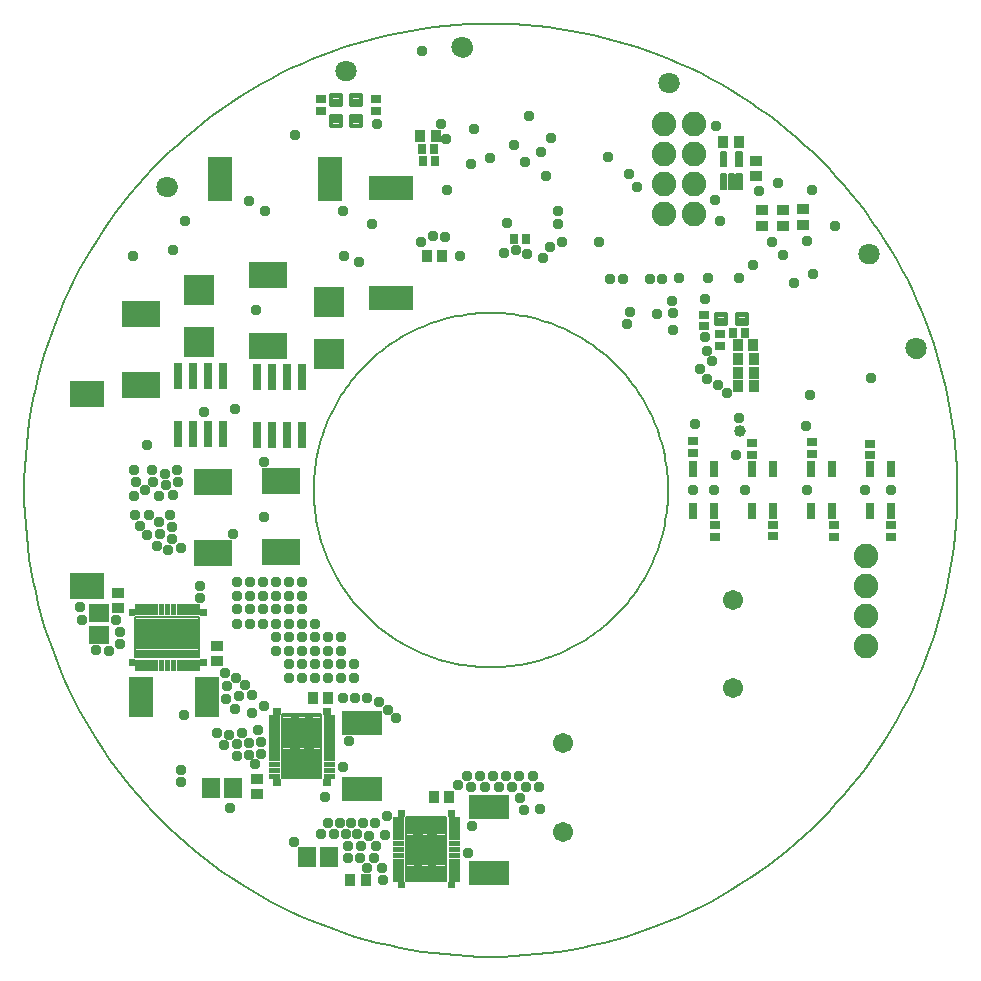
<source format=gts>
G75*
%MOIN*%
%OFA0B0*%
%FSLAX25Y25*%
%IPPOS*%
%LPD*%
%AMOC8*
5,1,8,0,0,1.08239X$1,22.5*
%
%ADD10C,0.00600*%
%ADD11C,0.00000*%
%ADD12C,0.07099*%
%ADD13R,0.03000X0.08600*%
%ADD14R,0.12611X0.08674*%
%ADD15R,0.03556X0.04343*%
%ADD16R,0.04343X0.03556*%
%ADD17R,0.10249X0.10249*%
%ADD18C,0.01421*%
%ADD19R,0.03162X0.05524*%
%ADD20R,0.03556X0.03162*%
%ADD21R,0.13398X0.07887*%
%ADD22R,0.03162X0.03556*%
%ADD23R,0.05918X0.06706*%
%ADD24R,0.06706X0.05918*%
%ADD25R,0.07887X0.13398*%
%ADD26R,0.14973X0.07887*%
%ADD27R,0.07887X0.14973*%
%ADD28C,0.00690*%
%ADD29C,0.00268*%
%ADD30C,0.00341*%
%ADD31C,0.06737*%
%ADD32R,0.11824X0.09068*%
%ADD33C,0.00594*%
%ADD34C,0.08200*%
%ADD35C,0.03778*%
%ADD36C,0.03975*%
D10*
X0154843Y0163111D02*
X0154861Y0164560D01*
X0154914Y0166009D01*
X0155003Y0167455D01*
X0155127Y0168899D01*
X0155287Y0170340D01*
X0155482Y0171776D01*
X0155712Y0173207D01*
X0155978Y0174632D01*
X0156278Y0176050D01*
X0156613Y0177460D01*
X0156982Y0178862D01*
X0157386Y0180254D01*
X0157824Y0181635D01*
X0158295Y0183006D01*
X0158800Y0184365D01*
X0159338Y0185710D01*
X0159909Y0187043D01*
X0160513Y0188360D01*
X0161149Y0189663D01*
X0161816Y0190949D01*
X0162515Y0192219D01*
X0163245Y0193471D01*
X0164005Y0194705D01*
X0164796Y0195920D01*
X0165616Y0197115D01*
X0166465Y0198290D01*
X0167342Y0199444D01*
X0168248Y0200575D01*
X0169181Y0201684D01*
X0170141Y0202770D01*
X0171128Y0203832D01*
X0172140Y0204869D01*
X0173177Y0205881D01*
X0174239Y0206868D01*
X0175325Y0207828D01*
X0176434Y0208761D01*
X0177565Y0209667D01*
X0178719Y0210544D01*
X0179894Y0211393D01*
X0181089Y0212213D01*
X0182304Y0213004D01*
X0183538Y0213764D01*
X0184790Y0214494D01*
X0186060Y0215193D01*
X0187346Y0215860D01*
X0188649Y0216496D01*
X0189966Y0217100D01*
X0191299Y0217671D01*
X0192644Y0218209D01*
X0194003Y0218714D01*
X0195374Y0219185D01*
X0196755Y0219623D01*
X0198147Y0220027D01*
X0199549Y0220396D01*
X0200959Y0220731D01*
X0202377Y0221031D01*
X0203802Y0221297D01*
X0205233Y0221527D01*
X0206669Y0221722D01*
X0208110Y0221882D01*
X0209554Y0222006D01*
X0211000Y0222095D01*
X0212449Y0222148D01*
X0213898Y0222166D01*
X0215347Y0222148D01*
X0216796Y0222095D01*
X0218242Y0222006D01*
X0219686Y0221882D01*
X0221127Y0221722D01*
X0222563Y0221527D01*
X0223994Y0221297D01*
X0225419Y0221031D01*
X0226837Y0220731D01*
X0228247Y0220396D01*
X0229649Y0220027D01*
X0231041Y0219623D01*
X0232422Y0219185D01*
X0233793Y0218714D01*
X0235152Y0218209D01*
X0236497Y0217671D01*
X0237830Y0217100D01*
X0239147Y0216496D01*
X0240450Y0215860D01*
X0241736Y0215193D01*
X0243006Y0214494D01*
X0244258Y0213764D01*
X0245492Y0213004D01*
X0246707Y0212213D01*
X0247902Y0211393D01*
X0249077Y0210544D01*
X0250231Y0209667D01*
X0251362Y0208761D01*
X0252471Y0207828D01*
X0253557Y0206868D01*
X0254619Y0205881D01*
X0255656Y0204869D01*
X0256668Y0203832D01*
X0257655Y0202770D01*
X0258615Y0201684D01*
X0259548Y0200575D01*
X0260454Y0199444D01*
X0261331Y0198290D01*
X0262180Y0197115D01*
X0263000Y0195920D01*
X0263791Y0194705D01*
X0264551Y0193471D01*
X0265281Y0192219D01*
X0265980Y0190949D01*
X0266647Y0189663D01*
X0267283Y0188360D01*
X0267887Y0187043D01*
X0268458Y0185710D01*
X0268996Y0184365D01*
X0269501Y0183006D01*
X0269972Y0181635D01*
X0270410Y0180254D01*
X0270814Y0178862D01*
X0271183Y0177460D01*
X0271518Y0176050D01*
X0271818Y0174632D01*
X0272084Y0173207D01*
X0272314Y0171776D01*
X0272509Y0170340D01*
X0272669Y0168899D01*
X0272793Y0167455D01*
X0272882Y0166009D01*
X0272935Y0164560D01*
X0272953Y0163111D01*
X0272935Y0161662D01*
X0272882Y0160213D01*
X0272793Y0158767D01*
X0272669Y0157323D01*
X0272509Y0155882D01*
X0272314Y0154446D01*
X0272084Y0153015D01*
X0271818Y0151590D01*
X0271518Y0150172D01*
X0271183Y0148762D01*
X0270814Y0147360D01*
X0270410Y0145968D01*
X0269972Y0144587D01*
X0269501Y0143216D01*
X0268996Y0141857D01*
X0268458Y0140512D01*
X0267887Y0139179D01*
X0267283Y0137862D01*
X0266647Y0136559D01*
X0265980Y0135273D01*
X0265281Y0134003D01*
X0264551Y0132751D01*
X0263791Y0131517D01*
X0263000Y0130302D01*
X0262180Y0129107D01*
X0261331Y0127932D01*
X0260454Y0126778D01*
X0259548Y0125647D01*
X0258615Y0124538D01*
X0257655Y0123452D01*
X0256668Y0122390D01*
X0255656Y0121353D01*
X0254619Y0120341D01*
X0253557Y0119354D01*
X0252471Y0118394D01*
X0251362Y0117461D01*
X0250231Y0116555D01*
X0249077Y0115678D01*
X0247902Y0114829D01*
X0246707Y0114009D01*
X0245492Y0113218D01*
X0244258Y0112458D01*
X0243006Y0111728D01*
X0241736Y0111029D01*
X0240450Y0110362D01*
X0239147Y0109726D01*
X0237830Y0109122D01*
X0236497Y0108551D01*
X0235152Y0108013D01*
X0233793Y0107508D01*
X0232422Y0107037D01*
X0231041Y0106599D01*
X0229649Y0106195D01*
X0228247Y0105826D01*
X0226837Y0105491D01*
X0225419Y0105191D01*
X0223994Y0104925D01*
X0222563Y0104695D01*
X0221127Y0104500D01*
X0219686Y0104340D01*
X0218242Y0104216D01*
X0216796Y0104127D01*
X0215347Y0104074D01*
X0213898Y0104056D01*
X0212449Y0104074D01*
X0211000Y0104127D01*
X0209554Y0104216D01*
X0208110Y0104340D01*
X0206669Y0104500D01*
X0205233Y0104695D01*
X0203802Y0104925D01*
X0202377Y0105191D01*
X0200959Y0105491D01*
X0199549Y0105826D01*
X0198147Y0106195D01*
X0196755Y0106599D01*
X0195374Y0107037D01*
X0194003Y0107508D01*
X0192644Y0108013D01*
X0191299Y0108551D01*
X0189966Y0109122D01*
X0188649Y0109726D01*
X0187346Y0110362D01*
X0186060Y0111029D01*
X0184790Y0111728D01*
X0183538Y0112458D01*
X0182304Y0113218D01*
X0181089Y0114009D01*
X0179894Y0114829D01*
X0178719Y0115678D01*
X0177565Y0116555D01*
X0176434Y0117461D01*
X0175325Y0118394D01*
X0174239Y0119354D01*
X0173177Y0120341D01*
X0172140Y0121353D01*
X0171128Y0122390D01*
X0170141Y0123452D01*
X0169181Y0124538D01*
X0168248Y0125647D01*
X0167342Y0126778D01*
X0166465Y0127932D01*
X0165616Y0129107D01*
X0164796Y0130302D01*
X0164005Y0131517D01*
X0163245Y0132751D01*
X0162515Y0134003D01*
X0161816Y0135273D01*
X0161149Y0136559D01*
X0160513Y0137862D01*
X0159909Y0139179D01*
X0159338Y0140512D01*
X0158800Y0141857D01*
X0158295Y0143216D01*
X0157824Y0144587D01*
X0157386Y0145968D01*
X0156982Y0147360D01*
X0156613Y0148762D01*
X0156278Y0150172D01*
X0155978Y0151590D01*
X0155712Y0153015D01*
X0155482Y0154446D01*
X0155287Y0155882D01*
X0155127Y0157323D01*
X0155003Y0158767D01*
X0154914Y0160213D01*
X0154861Y0161662D01*
X0154843Y0163111D01*
X0058386Y0163111D02*
X0058433Y0166927D01*
X0058573Y0170742D01*
X0058807Y0174551D01*
X0059135Y0178354D01*
X0059556Y0182147D01*
X0060069Y0185929D01*
X0060676Y0189698D01*
X0061374Y0193450D01*
X0062165Y0197184D01*
X0063046Y0200897D01*
X0064019Y0204588D01*
X0065082Y0208254D01*
X0066235Y0211892D01*
X0067477Y0215501D01*
X0068806Y0219079D01*
X0070224Y0222623D01*
X0071727Y0226131D01*
X0073317Y0229601D01*
X0074991Y0233031D01*
X0076749Y0236419D01*
X0078589Y0239763D01*
X0080511Y0243060D01*
X0082513Y0246310D01*
X0084594Y0249509D01*
X0086754Y0252656D01*
X0088990Y0255749D01*
X0091301Y0258787D01*
X0093686Y0261767D01*
X0096143Y0264687D01*
X0098671Y0267546D01*
X0101269Y0270343D01*
X0103934Y0273075D01*
X0106666Y0275740D01*
X0109463Y0278338D01*
X0112322Y0280866D01*
X0115242Y0283323D01*
X0118222Y0285708D01*
X0121260Y0288019D01*
X0124353Y0290255D01*
X0127500Y0292415D01*
X0130699Y0294496D01*
X0133949Y0296498D01*
X0137246Y0298420D01*
X0140590Y0300260D01*
X0143978Y0302018D01*
X0147408Y0303692D01*
X0150878Y0305282D01*
X0154386Y0306785D01*
X0157930Y0308203D01*
X0161508Y0309532D01*
X0165117Y0310774D01*
X0168755Y0311927D01*
X0172421Y0312990D01*
X0176112Y0313963D01*
X0179825Y0314844D01*
X0183559Y0315635D01*
X0187311Y0316333D01*
X0191080Y0316940D01*
X0194862Y0317453D01*
X0198655Y0317874D01*
X0202458Y0318202D01*
X0206267Y0318436D01*
X0210082Y0318576D01*
X0213898Y0318623D01*
X0217714Y0318576D01*
X0221529Y0318436D01*
X0225338Y0318202D01*
X0229141Y0317874D01*
X0232934Y0317453D01*
X0236716Y0316940D01*
X0240485Y0316333D01*
X0244237Y0315635D01*
X0247971Y0314844D01*
X0251684Y0313963D01*
X0255375Y0312990D01*
X0259041Y0311927D01*
X0262679Y0310774D01*
X0266288Y0309532D01*
X0269866Y0308203D01*
X0273410Y0306785D01*
X0276918Y0305282D01*
X0280388Y0303692D01*
X0283818Y0302018D01*
X0287206Y0300260D01*
X0290550Y0298420D01*
X0293847Y0296498D01*
X0297097Y0294496D01*
X0300296Y0292415D01*
X0303443Y0290255D01*
X0306536Y0288019D01*
X0309574Y0285708D01*
X0312554Y0283323D01*
X0315474Y0280866D01*
X0318333Y0278338D01*
X0321130Y0275740D01*
X0323862Y0273075D01*
X0326527Y0270343D01*
X0329125Y0267546D01*
X0331653Y0264687D01*
X0334110Y0261767D01*
X0336495Y0258787D01*
X0338806Y0255749D01*
X0341042Y0252656D01*
X0343202Y0249509D01*
X0345283Y0246310D01*
X0347285Y0243060D01*
X0349207Y0239763D01*
X0351047Y0236419D01*
X0352805Y0233031D01*
X0354479Y0229601D01*
X0356069Y0226131D01*
X0357572Y0222623D01*
X0358990Y0219079D01*
X0360319Y0215501D01*
X0361561Y0211892D01*
X0362714Y0208254D01*
X0363777Y0204588D01*
X0364750Y0200897D01*
X0365631Y0197184D01*
X0366422Y0193450D01*
X0367120Y0189698D01*
X0367727Y0185929D01*
X0368240Y0182147D01*
X0368661Y0178354D01*
X0368989Y0174551D01*
X0369223Y0170742D01*
X0369363Y0166927D01*
X0369410Y0163111D01*
X0369363Y0159295D01*
X0369223Y0155480D01*
X0368989Y0151671D01*
X0368661Y0147868D01*
X0368240Y0144075D01*
X0367727Y0140293D01*
X0367120Y0136524D01*
X0366422Y0132772D01*
X0365631Y0129038D01*
X0364750Y0125325D01*
X0363777Y0121634D01*
X0362714Y0117968D01*
X0361561Y0114330D01*
X0360319Y0110721D01*
X0358990Y0107143D01*
X0357572Y0103599D01*
X0356069Y0100091D01*
X0354479Y0096621D01*
X0352805Y0093191D01*
X0351047Y0089803D01*
X0349207Y0086459D01*
X0347285Y0083162D01*
X0345283Y0079912D01*
X0343202Y0076713D01*
X0341042Y0073566D01*
X0338806Y0070473D01*
X0336495Y0067435D01*
X0334110Y0064455D01*
X0331653Y0061535D01*
X0329125Y0058676D01*
X0326527Y0055879D01*
X0323862Y0053147D01*
X0321130Y0050482D01*
X0318333Y0047884D01*
X0315474Y0045356D01*
X0312554Y0042899D01*
X0309574Y0040514D01*
X0306536Y0038203D01*
X0303443Y0035967D01*
X0300296Y0033807D01*
X0297097Y0031726D01*
X0293847Y0029724D01*
X0290550Y0027802D01*
X0287206Y0025962D01*
X0283818Y0024204D01*
X0280388Y0022530D01*
X0276918Y0020940D01*
X0273410Y0019437D01*
X0269866Y0018019D01*
X0266288Y0016690D01*
X0262679Y0015448D01*
X0259041Y0014295D01*
X0255375Y0013232D01*
X0251684Y0012259D01*
X0247971Y0011378D01*
X0244237Y0010587D01*
X0240485Y0009889D01*
X0236716Y0009282D01*
X0232934Y0008769D01*
X0229141Y0008348D01*
X0225338Y0008020D01*
X0221529Y0007786D01*
X0217714Y0007646D01*
X0213898Y0007599D01*
X0210082Y0007646D01*
X0206267Y0007786D01*
X0202458Y0008020D01*
X0198655Y0008348D01*
X0194862Y0008769D01*
X0191080Y0009282D01*
X0187311Y0009889D01*
X0183559Y0010587D01*
X0179825Y0011378D01*
X0176112Y0012259D01*
X0172421Y0013232D01*
X0168755Y0014295D01*
X0165117Y0015448D01*
X0161508Y0016690D01*
X0157930Y0018019D01*
X0154386Y0019437D01*
X0150878Y0020940D01*
X0147408Y0022530D01*
X0143978Y0024204D01*
X0140590Y0025962D01*
X0137246Y0027802D01*
X0133949Y0029724D01*
X0130699Y0031726D01*
X0127500Y0033807D01*
X0124353Y0035967D01*
X0121260Y0038203D01*
X0118222Y0040514D01*
X0115242Y0042899D01*
X0112322Y0045356D01*
X0109463Y0047884D01*
X0106666Y0050482D01*
X0103934Y0053147D01*
X0101269Y0055879D01*
X0098671Y0058676D01*
X0096143Y0061535D01*
X0093686Y0064455D01*
X0091301Y0067435D01*
X0088990Y0070473D01*
X0086754Y0073566D01*
X0084594Y0076713D01*
X0082513Y0079912D01*
X0080511Y0083162D01*
X0078589Y0086459D01*
X0076749Y0089803D01*
X0074991Y0093191D01*
X0073317Y0096621D01*
X0071727Y0100091D01*
X0070224Y0103599D01*
X0068806Y0107143D01*
X0067477Y0110721D01*
X0066235Y0114330D01*
X0065082Y0117968D01*
X0064019Y0121634D01*
X0063046Y0125325D01*
X0062165Y0129038D01*
X0061374Y0132772D01*
X0060676Y0136524D01*
X0060069Y0140293D01*
X0059556Y0144075D01*
X0059135Y0147868D01*
X0058807Y0151671D01*
X0058573Y0155480D01*
X0058433Y0159295D01*
X0058386Y0163111D01*
D11*
X0102874Y0264292D02*
X0102876Y0264404D01*
X0102882Y0264515D01*
X0102892Y0264627D01*
X0102906Y0264738D01*
X0102923Y0264848D01*
X0102945Y0264958D01*
X0102971Y0265067D01*
X0103000Y0265175D01*
X0103033Y0265281D01*
X0103070Y0265387D01*
X0103111Y0265491D01*
X0103156Y0265594D01*
X0103204Y0265695D01*
X0103255Y0265794D01*
X0103310Y0265891D01*
X0103369Y0265986D01*
X0103430Y0266080D01*
X0103495Y0266171D01*
X0103564Y0266259D01*
X0103635Y0266345D01*
X0103709Y0266429D01*
X0103787Y0266509D01*
X0103867Y0266587D01*
X0103950Y0266663D01*
X0104035Y0266735D01*
X0104123Y0266804D01*
X0104213Y0266870D01*
X0104306Y0266932D01*
X0104401Y0266992D01*
X0104498Y0267048D01*
X0104596Y0267100D01*
X0104697Y0267149D01*
X0104799Y0267194D01*
X0104903Y0267236D01*
X0105008Y0267274D01*
X0105115Y0267308D01*
X0105222Y0267338D01*
X0105331Y0267365D01*
X0105440Y0267387D01*
X0105551Y0267406D01*
X0105661Y0267421D01*
X0105773Y0267432D01*
X0105884Y0267439D01*
X0105996Y0267442D01*
X0106108Y0267441D01*
X0106220Y0267436D01*
X0106331Y0267427D01*
X0106442Y0267414D01*
X0106553Y0267397D01*
X0106663Y0267377D01*
X0106772Y0267352D01*
X0106880Y0267324D01*
X0106987Y0267291D01*
X0107093Y0267255D01*
X0107197Y0267215D01*
X0107300Y0267172D01*
X0107402Y0267125D01*
X0107501Y0267074D01*
X0107599Y0267020D01*
X0107695Y0266962D01*
X0107789Y0266901D01*
X0107880Y0266837D01*
X0107969Y0266770D01*
X0108056Y0266699D01*
X0108140Y0266625D01*
X0108222Y0266549D01*
X0108300Y0266469D01*
X0108376Y0266387D01*
X0108449Y0266302D01*
X0108519Y0266215D01*
X0108585Y0266125D01*
X0108649Y0266033D01*
X0108709Y0265939D01*
X0108766Y0265843D01*
X0108819Y0265744D01*
X0108869Y0265644D01*
X0108915Y0265543D01*
X0108958Y0265439D01*
X0108997Y0265334D01*
X0109032Y0265228D01*
X0109063Y0265121D01*
X0109091Y0265012D01*
X0109114Y0264903D01*
X0109134Y0264793D01*
X0109150Y0264682D01*
X0109162Y0264571D01*
X0109170Y0264460D01*
X0109174Y0264348D01*
X0109174Y0264236D01*
X0109170Y0264124D01*
X0109162Y0264013D01*
X0109150Y0263902D01*
X0109134Y0263791D01*
X0109114Y0263681D01*
X0109091Y0263572D01*
X0109063Y0263463D01*
X0109032Y0263356D01*
X0108997Y0263250D01*
X0108958Y0263145D01*
X0108915Y0263041D01*
X0108869Y0262940D01*
X0108819Y0262840D01*
X0108766Y0262741D01*
X0108709Y0262645D01*
X0108649Y0262551D01*
X0108585Y0262459D01*
X0108519Y0262369D01*
X0108449Y0262282D01*
X0108376Y0262197D01*
X0108300Y0262115D01*
X0108222Y0262035D01*
X0108140Y0261959D01*
X0108056Y0261885D01*
X0107969Y0261814D01*
X0107880Y0261747D01*
X0107789Y0261683D01*
X0107695Y0261622D01*
X0107599Y0261564D01*
X0107501Y0261510D01*
X0107402Y0261459D01*
X0107300Y0261412D01*
X0107197Y0261369D01*
X0107093Y0261329D01*
X0106987Y0261293D01*
X0106880Y0261260D01*
X0106772Y0261232D01*
X0106663Y0261207D01*
X0106553Y0261187D01*
X0106442Y0261170D01*
X0106331Y0261157D01*
X0106220Y0261148D01*
X0106108Y0261143D01*
X0105996Y0261142D01*
X0105884Y0261145D01*
X0105773Y0261152D01*
X0105661Y0261163D01*
X0105551Y0261178D01*
X0105440Y0261197D01*
X0105331Y0261219D01*
X0105222Y0261246D01*
X0105115Y0261276D01*
X0105008Y0261310D01*
X0104903Y0261348D01*
X0104799Y0261390D01*
X0104697Y0261435D01*
X0104596Y0261484D01*
X0104498Y0261536D01*
X0104401Y0261592D01*
X0104306Y0261652D01*
X0104213Y0261714D01*
X0104123Y0261780D01*
X0104035Y0261849D01*
X0103950Y0261921D01*
X0103867Y0261997D01*
X0103787Y0262075D01*
X0103709Y0262155D01*
X0103635Y0262239D01*
X0103564Y0262325D01*
X0103495Y0262413D01*
X0103430Y0262504D01*
X0103369Y0262598D01*
X0103310Y0262693D01*
X0103255Y0262790D01*
X0103204Y0262889D01*
X0103156Y0262990D01*
X0103111Y0263093D01*
X0103070Y0263197D01*
X0103033Y0263303D01*
X0103000Y0263409D01*
X0102971Y0263517D01*
X0102945Y0263626D01*
X0102923Y0263736D01*
X0102906Y0263846D01*
X0102892Y0263957D01*
X0102882Y0264069D01*
X0102876Y0264180D01*
X0102874Y0264292D01*
X0162323Y0302875D02*
X0162325Y0302987D01*
X0162331Y0303098D01*
X0162341Y0303210D01*
X0162355Y0303321D01*
X0162372Y0303431D01*
X0162394Y0303541D01*
X0162420Y0303650D01*
X0162449Y0303758D01*
X0162482Y0303864D01*
X0162519Y0303970D01*
X0162560Y0304074D01*
X0162605Y0304177D01*
X0162653Y0304278D01*
X0162704Y0304377D01*
X0162759Y0304474D01*
X0162818Y0304569D01*
X0162879Y0304663D01*
X0162944Y0304754D01*
X0163013Y0304842D01*
X0163084Y0304928D01*
X0163158Y0305012D01*
X0163236Y0305092D01*
X0163316Y0305170D01*
X0163399Y0305246D01*
X0163484Y0305318D01*
X0163572Y0305387D01*
X0163662Y0305453D01*
X0163755Y0305515D01*
X0163850Y0305575D01*
X0163947Y0305631D01*
X0164045Y0305683D01*
X0164146Y0305732D01*
X0164248Y0305777D01*
X0164352Y0305819D01*
X0164457Y0305857D01*
X0164564Y0305891D01*
X0164671Y0305921D01*
X0164780Y0305948D01*
X0164889Y0305970D01*
X0165000Y0305989D01*
X0165110Y0306004D01*
X0165222Y0306015D01*
X0165333Y0306022D01*
X0165445Y0306025D01*
X0165557Y0306024D01*
X0165669Y0306019D01*
X0165780Y0306010D01*
X0165891Y0305997D01*
X0166002Y0305980D01*
X0166112Y0305960D01*
X0166221Y0305935D01*
X0166329Y0305907D01*
X0166436Y0305874D01*
X0166542Y0305838D01*
X0166646Y0305798D01*
X0166749Y0305755D01*
X0166851Y0305708D01*
X0166950Y0305657D01*
X0167048Y0305603D01*
X0167144Y0305545D01*
X0167238Y0305484D01*
X0167329Y0305420D01*
X0167418Y0305353D01*
X0167505Y0305282D01*
X0167589Y0305208D01*
X0167671Y0305132D01*
X0167749Y0305052D01*
X0167825Y0304970D01*
X0167898Y0304885D01*
X0167968Y0304798D01*
X0168034Y0304708D01*
X0168098Y0304616D01*
X0168158Y0304522D01*
X0168215Y0304426D01*
X0168268Y0304327D01*
X0168318Y0304227D01*
X0168364Y0304126D01*
X0168407Y0304022D01*
X0168446Y0303917D01*
X0168481Y0303811D01*
X0168512Y0303704D01*
X0168540Y0303595D01*
X0168563Y0303486D01*
X0168583Y0303376D01*
X0168599Y0303265D01*
X0168611Y0303154D01*
X0168619Y0303043D01*
X0168623Y0302931D01*
X0168623Y0302819D01*
X0168619Y0302707D01*
X0168611Y0302596D01*
X0168599Y0302485D01*
X0168583Y0302374D01*
X0168563Y0302264D01*
X0168540Y0302155D01*
X0168512Y0302046D01*
X0168481Y0301939D01*
X0168446Y0301833D01*
X0168407Y0301728D01*
X0168364Y0301624D01*
X0168318Y0301523D01*
X0168268Y0301423D01*
X0168215Y0301324D01*
X0168158Y0301228D01*
X0168098Y0301134D01*
X0168034Y0301042D01*
X0167968Y0300952D01*
X0167898Y0300865D01*
X0167825Y0300780D01*
X0167749Y0300698D01*
X0167671Y0300618D01*
X0167589Y0300542D01*
X0167505Y0300468D01*
X0167418Y0300397D01*
X0167329Y0300330D01*
X0167238Y0300266D01*
X0167144Y0300205D01*
X0167048Y0300147D01*
X0166950Y0300093D01*
X0166851Y0300042D01*
X0166749Y0299995D01*
X0166646Y0299952D01*
X0166542Y0299912D01*
X0166436Y0299876D01*
X0166329Y0299843D01*
X0166221Y0299815D01*
X0166112Y0299790D01*
X0166002Y0299770D01*
X0165891Y0299753D01*
X0165780Y0299740D01*
X0165669Y0299731D01*
X0165557Y0299726D01*
X0165445Y0299725D01*
X0165333Y0299728D01*
X0165222Y0299735D01*
X0165110Y0299746D01*
X0165000Y0299761D01*
X0164889Y0299780D01*
X0164780Y0299802D01*
X0164671Y0299829D01*
X0164564Y0299859D01*
X0164457Y0299893D01*
X0164352Y0299931D01*
X0164248Y0299973D01*
X0164146Y0300018D01*
X0164045Y0300067D01*
X0163947Y0300119D01*
X0163850Y0300175D01*
X0163755Y0300235D01*
X0163662Y0300297D01*
X0163572Y0300363D01*
X0163484Y0300432D01*
X0163399Y0300504D01*
X0163316Y0300580D01*
X0163236Y0300658D01*
X0163158Y0300738D01*
X0163084Y0300822D01*
X0163013Y0300908D01*
X0162944Y0300996D01*
X0162879Y0301087D01*
X0162818Y0301181D01*
X0162759Y0301276D01*
X0162704Y0301373D01*
X0162653Y0301472D01*
X0162605Y0301573D01*
X0162560Y0301676D01*
X0162519Y0301780D01*
X0162482Y0301886D01*
X0162449Y0301992D01*
X0162420Y0302100D01*
X0162394Y0302209D01*
X0162372Y0302319D01*
X0162355Y0302429D01*
X0162341Y0302540D01*
X0162331Y0302652D01*
X0162325Y0302763D01*
X0162323Y0302875D01*
X0201300Y0310749D02*
X0201302Y0310861D01*
X0201308Y0310972D01*
X0201318Y0311084D01*
X0201332Y0311195D01*
X0201349Y0311305D01*
X0201371Y0311415D01*
X0201397Y0311524D01*
X0201426Y0311632D01*
X0201459Y0311738D01*
X0201496Y0311844D01*
X0201537Y0311948D01*
X0201582Y0312051D01*
X0201630Y0312152D01*
X0201681Y0312251D01*
X0201736Y0312348D01*
X0201795Y0312443D01*
X0201856Y0312537D01*
X0201921Y0312628D01*
X0201990Y0312716D01*
X0202061Y0312802D01*
X0202135Y0312886D01*
X0202213Y0312966D01*
X0202293Y0313044D01*
X0202376Y0313120D01*
X0202461Y0313192D01*
X0202549Y0313261D01*
X0202639Y0313327D01*
X0202732Y0313389D01*
X0202827Y0313449D01*
X0202924Y0313505D01*
X0203022Y0313557D01*
X0203123Y0313606D01*
X0203225Y0313651D01*
X0203329Y0313693D01*
X0203434Y0313731D01*
X0203541Y0313765D01*
X0203648Y0313795D01*
X0203757Y0313822D01*
X0203866Y0313844D01*
X0203977Y0313863D01*
X0204087Y0313878D01*
X0204199Y0313889D01*
X0204310Y0313896D01*
X0204422Y0313899D01*
X0204534Y0313898D01*
X0204646Y0313893D01*
X0204757Y0313884D01*
X0204868Y0313871D01*
X0204979Y0313854D01*
X0205089Y0313834D01*
X0205198Y0313809D01*
X0205306Y0313781D01*
X0205413Y0313748D01*
X0205519Y0313712D01*
X0205623Y0313672D01*
X0205726Y0313629D01*
X0205828Y0313582D01*
X0205927Y0313531D01*
X0206025Y0313477D01*
X0206121Y0313419D01*
X0206215Y0313358D01*
X0206306Y0313294D01*
X0206395Y0313227D01*
X0206482Y0313156D01*
X0206566Y0313082D01*
X0206648Y0313006D01*
X0206726Y0312926D01*
X0206802Y0312844D01*
X0206875Y0312759D01*
X0206945Y0312672D01*
X0207011Y0312582D01*
X0207075Y0312490D01*
X0207135Y0312396D01*
X0207192Y0312300D01*
X0207245Y0312201D01*
X0207295Y0312101D01*
X0207341Y0312000D01*
X0207384Y0311896D01*
X0207423Y0311791D01*
X0207458Y0311685D01*
X0207489Y0311578D01*
X0207517Y0311469D01*
X0207540Y0311360D01*
X0207560Y0311250D01*
X0207576Y0311139D01*
X0207588Y0311028D01*
X0207596Y0310917D01*
X0207600Y0310805D01*
X0207600Y0310693D01*
X0207596Y0310581D01*
X0207588Y0310470D01*
X0207576Y0310359D01*
X0207560Y0310248D01*
X0207540Y0310138D01*
X0207517Y0310029D01*
X0207489Y0309920D01*
X0207458Y0309813D01*
X0207423Y0309707D01*
X0207384Y0309602D01*
X0207341Y0309498D01*
X0207295Y0309397D01*
X0207245Y0309297D01*
X0207192Y0309198D01*
X0207135Y0309102D01*
X0207075Y0309008D01*
X0207011Y0308916D01*
X0206945Y0308826D01*
X0206875Y0308739D01*
X0206802Y0308654D01*
X0206726Y0308572D01*
X0206648Y0308492D01*
X0206566Y0308416D01*
X0206482Y0308342D01*
X0206395Y0308271D01*
X0206306Y0308204D01*
X0206215Y0308140D01*
X0206121Y0308079D01*
X0206025Y0308021D01*
X0205927Y0307967D01*
X0205828Y0307916D01*
X0205726Y0307869D01*
X0205623Y0307826D01*
X0205519Y0307786D01*
X0205413Y0307750D01*
X0205306Y0307717D01*
X0205198Y0307689D01*
X0205089Y0307664D01*
X0204979Y0307644D01*
X0204868Y0307627D01*
X0204757Y0307614D01*
X0204646Y0307605D01*
X0204534Y0307600D01*
X0204422Y0307599D01*
X0204310Y0307602D01*
X0204199Y0307609D01*
X0204087Y0307620D01*
X0203977Y0307635D01*
X0203866Y0307654D01*
X0203757Y0307676D01*
X0203648Y0307703D01*
X0203541Y0307733D01*
X0203434Y0307767D01*
X0203329Y0307805D01*
X0203225Y0307847D01*
X0203123Y0307892D01*
X0203022Y0307941D01*
X0202924Y0307993D01*
X0202827Y0308049D01*
X0202732Y0308109D01*
X0202639Y0308171D01*
X0202549Y0308237D01*
X0202461Y0308306D01*
X0202376Y0308378D01*
X0202293Y0308454D01*
X0202213Y0308532D01*
X0202135Y0308612D01*
X0202061Y0308696D01*
X0201990Y0308782D01*
X0201921Y0308870D01*
X0201856Y0308961D01*
X0201795Y0309055D01*
X0201736Y0309150D01*
X0201681Y0309247D01*
X0201630Y0309346D01*
X0201582Y0309447D01*
X0201537Y0309550D01*
X0201496Y0309654D01*
X0201459Y0309760D01*
X0201426Y0309866D01*
X0201397Y0309974D01*
X0201371Y0310083D01*
X0201349Y0310193D01*
X0201332Y0310303D01*
X0201318Y0310414D01*
X0201308Y0310526D01*
X0201302Y0310637D01*
X0201300Y0310749D01*
X0270197Y0298938D02*
X0270199Y0299050D01*
X0270205Y0299161D01*
X0270215Y0299273D01*
X0270229Y0299384D01*
X0270246Y0299494D01*
X0270268Y0299604D01*
X0270294Y0299713D01*
X0270323Y0299821D01*
X0270356Y0299927D01*
X0270393Y0300033D01*
X0270434Y0300137D01*
X0270479Y0300240D01*
X0270527Y0300341D01*
X0270578Y0300440D01*
X0270633Y0300537D01*
X0270692Y0300632D01*
X0270753Y0300726D01*
X0270818Y0300817D01*
X0270887Y0300905D01*
X0270958Y0300991D01*
X0271032Y0301075D01*
X0271110Y0301155D01*
X0271190Y0301233D01*
X0271273Y0301309D01*
X0271358Y0301381D01*
X0271446Y0301450D01*
X0271536Y0301516D01*
X0271629Y0301578D01*
X0271724Y0301638D01*
X0271821Y0301694D01*
X0271919Y0301746D01*
X0272020Y0301795D01*
X0272122Y0301840D01*
X0272226Y0301882D01*
X0272331Y0301920D01*
X0272438Y0301954D01*
X0272545Y0301984D01*
X0272654Y0302011D01*
X0272763Y0302033D01*
X0272874Y0302052D01*
X0272984Y0302067D01*
X0273096Y0302078D01*
X0273207Y0302085D01*
X0273319Y0302088D01*
X0273431Y0302087D01*
X0273543Y0302082D01*
X0273654Y0302073D01*
X0273765Y0302060D01*
X0273876Y0302043D01*
X0273986Y0302023D01*
X0274095Y0301998D01*
X0274203Y0301970D01*
X0274310Y0301937D01*
X0274416Y0301901D01*
X0274520Y0301861D01*
X0274623Y0301818D01*
X0274725Y0301771D01*
X0274824Y0301720D01*
X0274922Y0301666D01*
X0275018Y0301608D01*
X0275112Y0301547D01*
X0275203Y0301483D01*
X0275292Y0301416D01*
X0275379Y0301345D01*
X0275463Y0301271D01*
X0275545Y0301195D01*
X0275623Y0301115D01*
X0275699Y0301033D01*
X0275772Y0300948D01*
X0275842Y0300861D01*
X0275908Y0300771D01*
X0275972Y0300679D01*
X0276032Y0300585D01*
X0276089Y0300489D01*
X0276142Y0300390D01*
X0276192Y0300290D01*
X0276238Y0300189D01*
X0276281Y0300085D01*
X0276320Y0299980D01*
X0276355Y0299874D01*
X0276386Y0299767D01*
X0276414Y0299658D01*
X0276437Y0299549D01*
X0276457Y0299439D01*
X0276473Y0299328D01*
X0276485Y0299217D01*
X0276493Y0299106D01*
X0276497Y0298994D01*
X0276497Y0298882D01*
X0276493Y0298770D01*
X0276485Y0298659D01*
X0276473Y0298548D01*
X0276457Y0298437D01*
X0276437Y0298327D01*
X0276414Y0298218D01*
X0276386Y0298109D01*
X0276355Y0298002D01*
X0276320Y0297896D01*
X0276281Y0297791D01*
X0276238Y0297687D01*
X0276192Y0297586D01*
X0276142Y0297486D01*
X0276089Y0297387D01*
X0276032Y0297291D01*
X0275972Y0297197D01*
X0275908Y0297105D01*
X0275842Y0297015D01*
X0275772Y0296928D01*
X0275699Y0296843D01*
X0275623Y0296761D01*
X0275545Y0296681D01*
X0275463Y0296605D01*
X0275379Y0296531D01*
X0275292Y0296460D01*
X0275203Y0296393D01*
X0275112Y0296329D01*
X0275018Y0296268D01*
X0274922Y0296210D01*
X0274824Y0296156D01*
X0274725Y0296105D01*
X0274623Y0296058D01*
X0274520Y0296015D01*
X0274416Y0295975D01*
X0274310Y0295939D01*
X0274203Y0295906D01*
X0274095Y0295878D01*
X0273986Y0295853D01*
X0273876Y0295833D01*
X0273765Y0295816D01*
X0273654Y0295803D01*
X0273543Y0295794D01*
X0273431Y0295789D01*
X0273319Y0295788D01*
X0273207Y0295791D01*
X0273096Y0295798D01*
X0272984Y0295809D01*
X0272874Y0295824D01*
X0272763Y0295843D01*
X0272654Y0295865D01*
X0272545Y0295892D01*
X0272438Y0295922D01*
X0272331Y0295956D01*
X0272226Y0295994D01*
X0272122Y0296036D01*
X0272020Y0296081D01*
X0271919Y0296130D01*
X0271821Y0296182D01*
X0271724Y0296238D01*
X0271629Y0296298D01*
X0271536Y0296360D01*
X0271446Y0296426D01*
X0271358Y0296495D01*
X0271273Y0296567D01*
X0271190Y0296643D01*
X0271110Y0296721D01*
X0271032Y0296801D01*
X0270958Y0296885D01*
X0270887Y0296971D01*
X0270818Y0297059D01*
X0270753Y0297150D01*
X0270692Y0297244D01*
X0270633Y0297339D01*
X0270578Y0297436D01*
X0270527Y0297535D01*
X0270479Y0297636D01*
X0270434Y0297739D01*
X0270393Y0297843D01*
X0270356Y0297949D01*
X0270323Y0298055D01*
X0270294Y0298163D01*
X0270268Y0298272D01*
X0270246Y0298382D01*
X0270229Y0298492D01*
X0270215Y0298603D01*
X0270205Y0298715D01*
X0270199Y0298826D01*
X0270197Y0298938D01*
X0336733Y0241851D02*
X0336735Y0241963D01*
X0336741Y0242074D01*
X0336751Y0242186D01*
X0336765Y0242297D01*
X0336782Y0242407D01*
X0336804Y0242517D01*
X0336830Y0242626D01*
X0336859Y0242734D01*
X0336892Y0242840D01*
X0336929Y0242946D01*
X0336970Y0243050D01*
X0337015Y0243153D01*
X0337063Y0243254D01*
X0337114Y0243353D01*
X0337169Y0243450D01*
X0337228Y0243545D01*
X0337289Y0243639D01*
X0337354Y0243730D01*
X0337423Y0243818D01*
X0337494Y0243904D01*
X0337568Y0243988D01*
X0337646Y0244068D01*
X0337726Y0244146D01*
X0337809Y0244222D01*
X0337894Y0244294D01*
X0337982Y0244363D01*
X0338072Y0244429D01*
X0338165Y0244491D01*
X0338260Y0244551D01*
X0338357Y0244607D01*
X0338455Y0244659D01*
X0338556Y0244708D01*
X0338658Y0244753D01*
X0338762Y0244795D01*
X0338867Y0244833D01*
X0338974Y0244867D01*
X0339081Y0244897D01*
X0339190Y0244924D01*
X0339299Y0244946D01*
X0339410Y0244965D01*
X0339520Y0244980D01*
X0339632Y0244991D01*
X0339743Y0244998D01*
X0339855Y0245001D01*
X0339967Y0245000D01*
X0340079Y0244995D01*
X0340190Y0244986D01*
X0340301Y0244973D01*
X0340412Y0244956D01*
X0340522Y0244936D01*
X0340631Y0244911D01*
X0340739Y0244883D01*
X0340846Y0244850D01*
X0340952Y0244814D01*
X0341056Y0244774D01*
X0341159Y0244731D01*
X0341261Y0244684D01*
X0341360Y0244633D01*
X0341458Y0244579D01*
X0341554Y0244521D01*
X0341648Y0244460D01*
X0341739Y0244396D01*
X0341828Y0244329D01*
X0341915Y0244258D01*
X0341999Y0244184D01*
X0342081Y0244108D01*
X0342159Y0244028D01*
X0342235Y0243946D01*
X0342308Y0243861D01*
X0342378Y0243774D01*
X0342444Y0243684D01*
X0342508Y0243592D01*
X0342568Y0243498D01*
X0342625Y0243402D01*
X0342678Y0243303D01*
X0342728Y0243203D01*
X0342774Y0243102D01*
X0342817Y0242998D01*
X0342856Y0242893D01*
X0342891Y0242787D01*
X0342922Y0242680D01*
X0342950Y0242571D01*
X0342973Y0242462D01*
X0342993Y0242352D01*
X0343009Y0242241D01*
X0343021Y0242130D01*
X0343029Y0242019D01*
X0343033Y0241907D01*
X0343033Y0241795D01*
X0343029Y0241683D01*
X0343021Y0241572D01*
X0343009Y0241461D01*
X0342993Y0241350D01*
X0342973Y0241240D01*
X0342950Y0241131D01*
X0342922Y0241022D01*
X0342891Y0240915D01*
X0342856Y0240809D01*
X0342817Y0240704D01*
X0342774Y0240600D01*
X0342728Y0240499D01*
X0342678Y0240399D01*
X0342625Y0240300D01*
X0342568Y0240204D01*
X0342508Y0240110D01*
X0342444Y0240018D01*
X0342378Y0239928D01*
X0342308Y0239841D01*
X0342235Y0239756D01*
X0342159Y0239674D01*
X0342081Y0239594D01*
X0341999Y0239518D01*
X0341915Y0239444D01*
X0341828Y0239373D01*
X0341739Y0239306D01*
X0341648Y0239242D01*
X0341554Y0239181D01*
X0341458Y0239123D01*
X0341360Y0239069D01*
X0341261Y0239018D01*
X0341159Y0238971D01*
X0341056Y0238928D01*
X0340952Y0238888D01*
X0340846Y0238852D01*
X0340739Y0238819D01*
X0340631Y0238791D01*
X0340522Y0238766D01*
X0340412Y0238746D01*
X0340301Y0238729D01*
X0340190Y0238716D01*
X0340079Y0238707D01*
X0339967Y0238702D01*
X0339855Y0238701D01*
X0339743Y0238704D01*
X0339632Y0238711D01*
X0339520Y0238722D01*
X0339410Y0238737D01*
X0339299Y0238756D01*
X0339190Y0238778D01*
X0339081Y0238805D01*
X0338974Y0238835D01*
X0338867Y0238869D01*
X0338762Y0238907D01*
X0338658Y0238949D01*
X0338556Y0238994D01*
X0338455Y0239043D01*
X0338357Y0239095D01*
X0338260Y0239151D01*
X0338165Y0239211D01*
X0338072Y0239273D01*
X0337982Y0239339D01*
X0337894Y0239408D01*
X0337809Y0239480D01*
X0337726Y0239556D01*
X0337646Y0239634D01*
X0337568Y0239714D01*
X0337494Y0239798D01*
X0337423Y0239884D01*
X0337354Y0239972D01*
X0337289Y0240063D01*
X0337228Y0240157D01*
X0337169Y0240252D01*
X0337114Y0240349D01*
X0337063Y0240448D01*
X0337015Y0240549D01*
X0336970Y0240652D01*
X0336929Y0240756D01*
X0336892Y0240862D01*
X0336859Y0240968D01*
X0336830Y0241076D01*
X0336804Y0241185D01*
X0336782Y0241295D01*
X0336765Y0241405D01*
X0336751Y0241516D01*
X0336741Y0241628D01*
X0336735Y0241739D01*
X0336733Y0241851D01*
X0352481Y0210355D02*
X0352483Y0210467D01*
X0352489Y0210578D01*
X0352499Y0210690D01*
X0352513Y0210801D01*
X0352530Y0210911D01*
X0352552Y0211021D01*
X0352578Y0211130D01*
X0352607Y0211238D01*
X0352640Y0211344D01*
X0352677Y0211450D01*
X0352718Y0211554D01*
X0352763Y0211657D01*
X0352811Y0211758D01*
X0352862Y0211857D01*
X0352917Y0211954D01*
X0352976Y0212049D01*
X0353037Y0212143D01*
X0353102Y0212234D01*
X0353171Y0212322D01*
X0353242Y0212408D01*
X0353316Y0212492D01*
X0353394Y0212572D01*
X0353474Y0212650D01*
X0353557Y0212726D01*
X0353642Y0212798D01*
X0353730Y0212867D01*
X0353820Y0212933D01*
X0353913Y0212995D01*
X0354008Y0213055D01*
X0354105Y0213111D01*
X0354203Y0213163D01*
X0354304Y0213212D01*
X0354406Y0213257D01*
X0354510Y0213299D01*
X0354615Y0213337D01*
X0354722Y0213371D01*
X0354829Y0213401D01*
X0354938Y0213428D01*
X0355047Y0213450D01*
X0355158Y0213469D01*
X0355268Y0213484D01*
X0355380Y0213495D01*
X0355491Y0213502D01*
X0355603Y0213505D01*
X0355715Y0213504D01*
X0355827Y0213499D01*
X0355938Y0213490D01*
X0356049Y0213477D01*
X0356160Y0213460D01*
X0356270Y0213440D01*
X0356379Y0213415D01*
X0356487Y0213387D01*
X0356594Y0213354D01*
X0356700Y0213318D01*
X0356804Y0213278D01*
X0356907Y0213235D01*
X0357009Y0213188D01*
X0357108Y0213137D01*
X0357206Y0213083D01*
X0357302Y0213025D01*
X0357396Y0212964D01*
X0357487Y0212900D01*
X0357576Y0212833D01*
X0357663Y0212762D01*
X0357747Y0212688D01*
X0357829Y0212612D01*
X0357907Y0212532D01*
X0357983Y0212450D01*
X0358056Y0212365D01*
X0358126Y0212278D01*
X0358192Y0212188D01*
X0358256Y0212096D01*
X0358316Y0212002D01*
X0358373Y0211906D01*
X0358426Y0211807D01*
X0358476Y0211707D01*
X0358522Y0211606D01*
X0358565Y0211502D01*
X0358604Y0211397D01*
X0358639Y0211291D01*
X0358670Y0211184D01*
X0358698Y0211075D01*
X0358721Y0210966D01*
X0358741Y0210856D01*
X0358757Y0210745D01*
X0358769Y0210634D01*
X0358777Y0210523D01*
X0358781Y0210411D01*
X0358781Y0210299D01*
X0358777Y0210187D01*
X0358769Y0210076D01*
X0358757Y0209965D01*
X0358741Y0209854D01*
X0358721Y0209744D01*
X0358698Y0209635D01*
X0358670Y0209526D01*
X0358639Y0209419D01*
X0358604Y0209313D01*
X0358565Y0209208D01*
X0358522Y0209104D01*
X0358476Y0209003D01*
X0358426Y0208903D01*
X0358373Y0208804D01*
X0358316Y0208708D01*
X0358256Y0208614D01*
X0358192Y0208522D01*
X0358126Y0208432D01*
X0358056Y0208345D01*
X0357983Y0208260D01*
X0357907Y0208178D01*
X0357829Y0208098D01*
X0357747Y0208022D01*
X0357663Y0207948D01*
X0357576Y0207877D01*
X0357487Y0207810D01*
X0357396Y0207746D01*
X0357302Y0207685D01*
X0357206Y0207627D01*
X0357108Y0207573D01*
X0357009Y0207522D01*
X0356907Y0207475D01*
X0356804Y0207432D01*
X0356700Y0207392D01*
X0356594Y0207356D01*
X0356487Y0207323D01*
X0356379Y0207295D01*
X0356270Y0207270D01*
X0356160Y0207250D01*
X0356049Y0207233D01*
X0355938Y0207220D01*
X0355827Y0207211D01*
X0355715Y0207206D01*
X0355603Y0207205D01*
X0355491Y0207208D01*
X0355380Y0207215D01*
X0355268Y0207226D01*
X0355158Y0207241D01*
X0355047Y0207260D01*
X0354938Y0207282D01*
X0354829Y0207309D01*
X0354722Y0207339D01*
X0354615Y0207373D01*
X0354510Y0207411D01*
X0354406Y0207453D01*
X0354304Y0207498D01*
X0354203Y0207547D01*
X0354105Y0207599D01*
X0354008Y0207655D01*
X0353913Y0207715D01*
X0353820Y0207777D01*
X0353730Y0207843D01*
X0353642Y0207912D01*
X0353557Y0207984D01*
X0353474Y0208060D01*
X0353394Y0208138D01*
X0353316Y0208218D01*
X0353242Y0208302D01*
X0353171Y0208388D01*
X0353102Y0208476D01*
X0353037Y0208567D01*
X0352976Y0208661D01*
X0352917Y0208756D01*
X0352862Y0208853D01*
X0352811Y0208952D01*
X0352763Y0209053D01*
X0352718Y0209156D01*
X0352677Y0209260D01*
X0352640Y0209366D01*
X0352607Y0209472D01*
X0352578Y0209580D01*
X0352552Y0209689D01*
X0352530Y0209799D01*
X0352513Y0209909D01*
X0352499Y0210020D01*
X0352489Y0210132D01*
X0352483Y0210243D01*
X0352481Y0210355D01*
D12*
X0355631Y0210355D03*
X0339883Y0241851D03*
X0273347Y0298938D03*
X0204450Y0310749D03*
X0165473Y0302875D03*
X0106024Y0264292D03*
D13*
X0109669Y0201239D03*
X0114669Y0201239D03*
X0119669Y0201239D03*
X0124669Y0201239D03*
X0135803Y0200776D03*
X0140803Y0200776D03*
X0145803Y0200776D03*
X0150803Y0200776D03*
X0150803Y0181376D03*
X0145803Y0181376D03*
X0140803Y0181376D03*
X0135803Y0181376D03*
X0124669Y0181839D03*
X0119669Y0181839D03*
X0114669Y0181839D03*
X0109669Y0181839D03*
D14*
X0121365Y0165713D03*
X0144094Y0166045D03*
X0144094Y0142423D03*
X0121365Y0142091D03*
X0097236Y0198072D03*
X0097236Y0221694D03*
X0139520Y0211067D03*
X0139520Y0234689D03*
D15*
X0192560Y0241143D03*
X0197678Y0241143D03*
X0195473Y0281103D03*
X0190355Y0281103D03*
X0291379Y0279331D03*
X0296497Y0279331D03*
X0296261Y0211418D03*
X0301379Y0211418D03*
X0301566Y0206773D03*
X0301466Y0202291D03*
X0301566Y0197816D03*
X0296448Y0197816D03*
X0296348Y0202291D03*
X0296448Y0206773D03*
X0159657Y0093782D03*
X0154539Y0093782D03*
X0194793Y0060724D03*
X0199911Y0060724D03*
X0172127Y0033269D03*
X0167009Y0033269D03*
D16*
X0135867Y0061694D03*
X0135867Y0066812D03*
X0122606Y0106040D03*
X0122606Y0111158D03*
X0089607Y0123859D03*
X0089607Y0128977D03*
X0302363Y0267757D03*
X0302363Y0272875D03*
X0304272Y0256367D03*
X0304272Y0251249D03*
X0311129Y0251281D03*
X0311129Y0256399D03*
X0317850Y0256720D03*
X0317850Y0251602D03*
D17*
X0160043Y0225992D03*
X0160043Y0208669D03*
X0116761Y0212425D03*
X0116761Y0229748D03*
D18*
X0160551Y0287977D02*
X0163867Y0287977D01*
X0163867Y0284661D01*
X0160551Y0284661D01*
X0160551Y0287977D01*
X0160551Y0286081D02*
X0163867Y0286081D01*
X0163867Y0287501D02*
X0160551Y0287501D01*
X0160551Y0294882D02*
X0163867Y0294882D01*
X0163867Y0291566D01*
X0160551Y0291566D01*
X0160551Y0294882D01*
X0160551Y0292986D02*
X0163867Y0292986D01*
X0163867Y0294406D02*
X0160551Y0294406D01*
X0167361Y0294882D02*
X0170677Y0294882D01*
X0170677Y0291566D01*
X0167361Y0291566D01*
X0167361Y0294882D01*
X0167361Y0292986D02*
X0170677Y0292986D01*
X0170677Y0294406D02*
X0167361Y0294406D01*
X0167361Y0287977D02*
X0170677Y0287977D01*
X0170677Y0284661D01*
X0167361Y0284661D01*
X0167361Y0287977D01*
X0167361Y0286081D02*
X0170677Y0286081D01*
X0170677Y0287501D02*
X0167361Y0287501D01*
X0292301Y0221816D02*
X0292301Y0218500D01*
X0288985Y0218500D01*
X0288985Y0221816D01*
X0292301Y0221816D01*
X0292301Y0219920D02*
X0288985Y0219920D01*
X0288985Y0221340D02*
X0292301Y0221340D01*
X0299206Y0221816D02*
X0299206Y0218500D01*
X0295890Y0218500D01*
X0295890Y0221816D01*
X0299206Y0221816D01*
X0299206Y0219920D02*
X0295890Y0219920D01*
X0295890Y0221340D02*
X0299206Y0221340D01*
D19*
X0300906Y0170198D03*
X0307993Y0170198D03*
X0320591Y0170198D03*
X0327678Y0170198D03*
X0340276Y0170198D03*
X0347363Y0170198D03*
X0347363Y0156024D03*
X0340276Y0156024D03*
X0327678Y0156024D03*
X0320591Y0156024D03*
X0307993Y0156024D03*
X0300906Y0156024D03*
X0288308Y0156024D03*
X0281221Y0156024D03*
X0281221Y0170198D03*
X0288308Y0170198D03*
D20*
X0281438Y0175501D03*
X0281438Y0179438D03*
X0301044Y0178808D03*
X0301044Y0174871D03*
X0320926Y0175186D03*
X0320926Y0179123D03*
X0340296Y0178650D03*
X0340296Y0174713D03*
X0347225Y0151367D03*
X0347225Y0147430D03*
X0328131Y0147430D03*
X0328131Y0151367D03*
X0307857Y0151658D03*
X0307857Y0147721D03*
X0288523Y0147436D03*
X0288523Y0151373D03*
X0290198Y0211221D03*
X0290198Y0215158D03*
X0284843Y0217717D03*
X0284843Y0221654D03*
X0175749Y0289462D03*
X0175749Y0293399D03*
X0157361Y0293399D03*
X0157361Y0289462D03*
D21*
X0170839Y0085646D03*
X0170839Y0063599D03*
X0213365Y0057606D03*
X0213365Y0035558D03*
D22*
X0294607Y0215670D03*
X0298544Y0215670D03*
X0225591Y0246733D03*
X0221654Y0246733D03*
X0195158Y0272678D03*
X0191221Y0272678D03*
X0191064Y0276891D03*
X0195001Y0276891D03*
D23*
X0127950Y0063880D03*
X0120469Y0063880D03*
X0152484Y0040915D03*
X0159965Y0040915D03*
D24*
X0083354Y0114837D03*
X0083354Y0122317D03*
D25*
X0097240Y0094272D03*
X0119287Y0094272D03*
D26*
X0180663Y0227131D03*
X0180663Y0263746D03*
D27*
X0160282Y0266854D03*
X0123668Y0266854D03*
D28*
X0095281Y0120689D02*
X0095281Y0107587D01*
X0095281Y0120689D02*
X0116651Y0120689D01*
X0116651Y0107587D01*
X0095281Y0107587D01*
X0095281Y0108276D02*
X0116651Y0108276D01*
X0116651Y0108965D02*
X0095281Y0108965D01*
X0095281Y0109654D02*
X0116651Y0109654D01*
X0116651Y0110343D02*
X0095281Y0110343D01*
X0095281Y0111032D02*
X0116651Y0111032D01*
X0116651Y0111721D02*
X0095281Y0111721D01*
X0095281Y0112410D02*
X0116651Y0112410D01*
X0116651Y0113099D02*
X0095281Y0113099D01*
X0095281Y0113788D02*
X0116651Y0113788D01*
X0116651Y0114477D02*
X0095281Y0114477D01*
X0095281Y0115166D02*
X0116651Y0115166D01*
X0116651Y0115855D02*
X0095281Y0115855D01*
X0095281Y0116544D02*
X0116651Y0116544D01*
X0116651Y0117233D02*
X0095281Y0117233D01*
X0095281Y0117922D02*
X0116651Y0117922D01*
X0116651Y0118611D02*
X0095281Y0118611D01*
X0095281Y0119300D02*
X0116651Y0119300D01*
X0116651Y0119989D02*
X0095281Y0119989D01*
X0095281Y0120678D02*
X0116651Y0120678D01*
X0144210Y0067023D02*
X0157312Y0067023D01*
X0144210Y0067023D02*
X0144210Y0088393D01*
X0157312Y0088393D01*
X0157312Y0067023D01*
X0157312Y0067712D02*
X0144210Y0067712D01*
X0144210Y0068401D02*
X0157312Y0068401D01*
X0157312Y0069090D02*
X0144210Y0069090D01*
X0144210Y0069779D02*
X0157312Y0069779D01*
X0157312Y0070468D02*
X0144210Y0070468D01*
X0144210Y0071157D02*
X0157312Y0071157D01*
X0157312Y0071846D02*
X0144210Y0071846D01*
X0144210Y0072535D02*
X0157312Y0072535D01*
X0157312Y0073224D02*
X0144210Y0073224D01*
X0144210Y0073913D02*
X0157312Y0073913D01*
X0157312Y0074602D02*
X0144210Y0074602D01*
X0144210Y0075291D02*
X0157312Y0075291D01*
X0157312Y0075980D02*
X0144210Y0075980D01*
X0144210Y0076669D02*
X0157312Y0076669D01*
X0157312Y0077358D02*
X0144210Y0077358D01*
X0144210Y0078047D02*
X0157312Y0078047D01*
X0157312Y0078736D02*
X0144210Y0078736D01*
X0144210Y0079425D02*
X0157312Y0079425D01*
X0157312Y0080114D02*
X0144210Y0080114D01*
X0144210Y0080803D02*
X0157312Y0080803D01*
X0157312Y0081492D02*
X0144210Y0081492D01*
X0144210Y0082181D02*
X0157312Y0082181D01*
X0157312Y0082870D02*
X0144210Y0082870D01*
X0144210Y0083559D02*
X0157312Y0083559D01*
X0157312Y0084248D02*
X0144210Y0084248D01*
X0144210Y0084937D02*
X0157312Y0084937D01*
X0157312Y0085626D02*
X0144210Y0085626D01*
X0144210Y0086315D02*
X0157312Y0086315D01*
X0157312Y0087004D02*
X0144210Y0087004D01*
X0144210Y0087693D02*
X0157312Y0087693D01*
X0157312Y0088382D02*
X0144210Y0088382D01*
X0185722Y0032832D02*
X0198824Y0032832D01*
X0185722Y0032832D02*
X0185722Y0054202D01*
X0198824Y0054202D01*
X0198824Y0032832D01*
X0198824Y0033521D02*
X0185722Y0033521D01*
X0185722Y0034210D02*
X0198824Y0034210D01*
X0198824Y0034899D02*
X0185722Y0034899D01*
X0185722Y0035588D02*
X0198824Y0035588D01*
X0198824Y0036277D02*
X0185722Y0036277D01*
X0185722Y0036966D02*
X0198824Y0036966D01*
X0198824Y0037655D02*
X0185722Y0037655D01*
X0185722Y0038344D02*
X0198824Y0038344D01*
X0198824Y0039033D02*
X0185722Y0039033D01*
X0185722Y0039722D02*
X0198824Y0039722D01*
X0198824Y0040411D02*
X0185722Y0040411D01*
X0185722Y0041100D02*
X0198824Y0041100D01*
X0198824Y0041789D02*
X0185722Y0041789D01*
X0185722Y0042478D02*
X0198824Y0042478D01*
X0198824Y0043167D02*
X0185722Y0043167D01*
X0185722Y0043856D02*
X0198824Y0043856D01*
X0198824Y0044545D02*
X0185722Y0044545D01*
X0185722Y0045234D02*
X0198824Y0045234D01*
X0198824Y0045923D02*
X0185722Y0045923D01*
X0185722Y0046612D02*
X0198824Y0046612D01*
X0198824Y0047301D02*
X0185722Y0047301D01*
X0185722Y0047990D02*
X0198824Y0047990D01*
X0198824Y0048679D02*
X0185722Y0048679D01*
X0185722Y0049368D02*
X0198824Y0049368D01*
X0198824Y0050057D02*
X0185722Y0050057D01*
X0185722Y0050746D02*
X0198824Y0050746D01*
X0198824Y0051435D02*
X0185722Y0051435D01*
X0185722Y0052124D02*
X0198824Y0052124D01*
X0198824Y0052813D02*
X0185722Y0052813D01*
X0185722Y0053502D02*
X0198824Y0053502D01*
X0198824Y0054191D02*
X0185722Y0054191D01*
D29*
X0184665Y0054118D02*
X0184665Y0052602D01*
X0181377Y0052602D01*
X0181377Y0054118D01*
X0184665Y0054118D01*
X0184665Y0052869D02*
X0181377Y0052869D01*
X0181377Y0053136D02*
X0184665Y0053136D01*
X0184665Y0053403D02*
X0181377Y0053403D01*
X0181377Y0053670D02*
X0184665Y0053670D01*
X0184665Y0053937D02*
X0181377Y0053937D01*
X0184665Y0052149D02*
X0184665Y0050633D01*
X0181377Y0050633D01*
X0181377Y0052149D01*
X0184665Y0052149D01*
X0184665Y0050900D02*
X0181377Y0050900D01*
X0181377Y0051167D02*
X0184665Y0051167D01*
X0184665Y0051434D02*
X0181377Y0051434D01*
X0181377Y0051701D02*
X0184665Y0051701D01*
X0184665Y0051968D02*
X0181377Y0051968D01*
X0184665Y0050181D02*
X0184665Y0048665D01*
X0181377Y0048665D01*
X0181377Y0050181D01*
X0184665Y0050181D01*
X0184665Y0048932D02*
X0181377Y0048932D01*
X0181377Y0049199D02*
X0184665Y0049199D01*
X0184665Y0049466D02*
X0181377Y0049466D01*
X0181377Y0049733D02*
X0184665Y0049733D01*
X0184665Y0050000D02*
X0181377Y0050000D01*
X0184665Y0048212D02*
X0184665Y0046696D01*
X0181377Y0046696D01*
X0181377Y0048212D01*
X0184665Y0048212D01*
X0184665Y0046963D02*
X0181377Y0046963D01*
X0181377Y0047230D02*
X0184665Y0047230D01*
X0184665Y0047497D02*
X0181377Y0047497D01*
X0181377Y0047764D02*
X0184665Y0047764D01*
X0184665Y0048031D02*
X0181377Y0048031D01*
X0184665Y0046244D02*
X0184665Y0044728D01*
X0181377Y0044728D01*
X0181377Y0046244D01*
X0184665Y0046244D01*
X0184665Y0044995D02*
X0181377Y0044995D01*
X0181377Y0045262D02*
X0184665Y0045262D01*
X0184665Y0045529D02*
X0181377Y0045529D01*
X0181377Y0045796D02*
X0184665Y0045796D01*
X0184665Y0046063D02*
X0181377Y0046063D01*
X0184665Y0044275D02*
X0184665Y0042759D01*
X0181377Y0042759D01*
X0181377Y0044275D01*
X0184665Y0044275D01*
X0184665Y0043026D02*
X0181377Y0043026D01*
X0181377Y0043293D02*
X0184665Y0043293D01*
X0184665Y0043560D02*
X0181377Y0043560D01*
X0181377Y0043827D02*
X0184665Y0043827D01*
X0184665Y0044094D02*
X0181377Y0044094D01*
X0184665Y0042307D02*
X0184665Y0040791D01*
X0181377Y0040791D01*
X0181377Y0042307D01*
X0184665Y0042307D01*
X0184665Y0041058D02*
X0181377Y0041058D01*
X0181377Y0041325D02*
X0184665Y0041325D01*
X0184665Y0041592D02*
X0181377Y0041592D01*
X0181377Y0041859D02*
X0184665Y0041859D01*
X0184665Y0042126D02*
X0181377Y0042126D01*
X0184665Y0040338D02*
X0184665Y0038822D01*
X0181377Y0038822D01*
X0181377Y0040338D01*
X0184665Y0040338D01*
X0184665Y0039089D02*
X0181377Y0039089D01*
X0181377Y0039356D02*
X0184665Y0039356D01*
X0184665Y0039623D02*
X0181377Y0039623D01*
X0181377Y0039890D02*
X0184665Y0039890D01*
X0184665Y0040157D02*
X0181377Y0040157D01*
X0184665Y0038370D02*
X0184665Y0036854D01*
X0181377Y0036854D01*
X0181377Y0038370D01*
X0184665Y0038370D01*
X0184665Y0037121D02*
X0181377Y0037121D01*
X0181377Y0037388D02*
X0184665Y0037388D01*
X0184665Y0037655D02*
X0181377Y0037655D01*
X0181377Y0037922D02*
X0184665Y0037922D01*
X0184665Y0038189D02*
X0181377Y0038189D01*
X0184665Y0036401D02*
X0184665Y0034885D01*
X0181377Y0034885D01*
X0181377Y0036401D01*
X0184665Y0036401D01*
X0184665Y0035152D02*
X0181377Y0035152D01*
X0181377Y0035419D02*
X0184665Y0035419D01*
X0184665Y0035686D02*
X0181377Y0035686D01*
X0181377Y0035953D02*
X0184665Y0035953D01*
X0184665Y0036220D02*
X0181377Y0036220D01*
X0184665Y0034433D02*
X0184665Y0032917D01*
X0181377Y0032917D01*
X0181377Y0034433D01*
X0184665Y0034433D01*
X0184665Y0033184D02*
X0181377Y0033184D01*
X0181377Y0033451D02*
X0184665Y0033451D01*
X0184665Y0033718D02*
X0181377Y0033718D01*
X0181377Y0033985D02*
X0184665Y0033985D01*
X0184665Y0034252D02*
X0181377Y0034252D01*
X0203169Y0034433D02*
X0203169Y0032917D01*
X0199881Y0032917D01*
X0199881Y0034433D01*
X0203169Y0034433D01*
X0203169Y0033184D02*
X0199881Y0033184D01*
X0199881Y0033451D02*
X0203169Y0033451D01*
X0203169Y0033718D02*
X0199881Y0033718D01*
X0199881Y0033985D02*
X0203169Y0033985D01*
X0203169Y0034252D02*
X0199881Y0034252D01*
X0203169Y0034885D02*
X0203169Y0036401D01*
X0203169Y0034885D02*
X0199881Y0034885D01*
X0199881Y0036401D01*
X0203169Y0036401D01*
X0203169Y0035152D02*
X0199881Y0035152D01*
X0199881Y0035419D02*
X0203169Y0035419D01*
X0203169Y0035686D02*
X0199881Y0035686D01*
X0199881Y0035953D02*
X0203169Y0035953D01*
X0203169Y0036220D02*
X0199881Y0036220D01*
X0203169Y0036854D02*
X0203169Y0038370D01*
X0203169Y0036854D02*
X0199881Y0036854D01*
X0199881Y0038370D01*
X0203169Y0038370D01*
X0203169Y0037121D02*
X0199881Y0037121D01*
X0199881Y0037388D02*
X0203169Y0037388D01*
X0203169Y0037655D02*
X0199881Y0037655D01*
X0199881Y0037922D02*
X0203169Y0037922D01*
X0203169Y0038189D02*
X0199881Y0038189D01*
X0203169Y0038822D02*
X0203169Y0040338D01*
X0203169Y0038822D02*
X0199881Y0038822D01*
X0199881Y0040338D01*
X0203169Y0040338D01*
X0203169Y0039089D02*
X0199881Y0039089D01*
X0199881Y0039356D02*
X0203169Y0039356D01*
X0203169Y0039623D02*
X0199881Y0039623D01*
X0199881Y0039890D02*
X0203169Y0039890D01*
X0203169Y0040157D02*
X0199881Y0040157D01*
X0203169Y0040791D02*
X0203169Y0042307D01*
X0203169Y0040791D02*
X0199881Y0040791D01*
X0199881Y0042307D01*
X0203169Y0042307D01*
X0203169Y0041058D02*
X0199881Y0041058D01*
X0199881Y0041325D02*
X0203169Y0041325D01*
X0203169Y0041592D02*
X0199881Y0041592D01*
X0199881Y0041859D02*
X0203169Y0041859D01*
X0203169Y0042126D02*
X0199881Y0042126D01*
X0203169Y0042759D02*
X0203169Y0044275D01*
X0203169Y0042759D02*
X0199881Y0042759D01*
X0199881Y0044275D01*
X0203169Y0044275D01*
X0203169Y0043026D02*
X0199881Y0043026D01*
X0199881Y0043293D02*
X0203169Y0043293D01*
X0203169Y0043560D02*
X0199881Y0043560D01*
X0199881Y0043827D02*
X0203169Y0043827D01*
X0203169Y0044094D02*
X0199881Y0044094D01*
X0203169Y0044728D02*
X0203169Y0046244D01*
X0203169Y0044728D02*
X0199881Y0044728D01*
X0199881Y0046244D01*
X0203169Y0046244D01*
X0203169Y0044995D02*
X0199881Y0044995D01*
X0199881Y0045262D02*
X0203169Y0045262D01*
X0203169Y0045529D02*
X0199881Y0045529D01*
X0199881Y0045796D02*
X0203169Y0045796D01*
X0203169Y0046063D02*
X0199881Y0046063D01*
X0203169Y0046696D02*
X0203169Y0048212D01*
X0203169Y0046696D02*
X0199881Y0046696D01*
X0199881Y0048212D01*
X0203169Y0048212D01*
X0203169Y0046963D02*
X0199881Y0046963D01*
X0199881Y0047230D02*
X0203169Y0047230D01*
X0203169Y0047497D02*
X0199881Y0047497D01*
X0199881Y0047764D02*
X0203169Y0047764D01*
X0203169Y0048031D02*
X0199881Y0048031D01*
X0203169Y0048665D02*
X0203169Y0050181D01*
X0203169Y0048665D02*
X0199881Y0048665D01*
X0199881Y0050181D01*
X0203169Y0050181D01*
X0203169Y0048932D02*
X0199881Y0048932D01*
X0199881Y0049199D02*
X0203169Y0049199D01*
X0203169Y0049466D02*
X0199881Y0049466D01*
X0199881Y0049733D02*
X0203169Y0049733D01*
X0203169Y0050000D02*
X0199881Y0050000D01*
X0203169Y0050633D02*
X0203169Y0052149D01*
X0203169Y0050633D02*
X0199881Y0050633D01*
X0199881Y0052149D01*
X0203169Y0052149D01*
X0203169Y0050900D02*
X0199881Y0050900D01*
X0199881Y0051167D02*
X0203169Y0051167D01*
X0203169Y0051434D02*
X0199881Y0051434D01*
X0199881Y0051701D02*
X0203169Y0051701D01*
X0203169Y0051968D02*
X0199881Y0051968D01*
X0203169Y0052602D02*
X0203169Y0054118D01*
X0203169Y0052602D02*
X0199881Y0052602D01*
X0199881Y0054118D01*
X0203169Y0054118D01*
X0203169Y0052869D02*
X0199881Y0052869D01*
X0199881Y0053136D02*
X0203169Y0053136D01*
X0203169Y0053403D02*
X0199881Y0053403D01*
X0199881Y0053670D02*
X0203169Y0053670D01*
X0203169Y0053937D02*
X0199881Y0053937D01*
X0161657Y0067107D02*
X0161657Y0068623D01*
X0161657Y0067107D02*
X0158369Y0067107D01*
X0158369Y0068623D01*
X0161657Y0068623D01*
X0161657Y0067374D02*
X0158369Y0067374D01*
X0158369Y0067641D02*
X0161657Y0067641D01*
X0161657Y0067908D02*
X0158369Y0067908D01*
X0158369Y0068175D02*
X0161657Y0068175D01*
X0161657Y0068442D02*
X0158369Y0068442D01*
X0161657Y0069076D02*
X0161657Y0070592D01*
X0161657Y0069076D02*
X0158369Y0069076D01*
X0158369Y0070592D01*
X0161657Y0070592D01*
X0161657Y0069343D02*
X0158369Y0069343D01*
X0158369Y0069610D02*
X0161657Y0069610D01*
X0161657Y0069877D02*
X0158369Y0069877D01*
X0158369Y0070144D02*
X0161657Y0070144D01*
X0161657Y0070411D02*
X0158369Y0070411D01*
X0161657Y0071044D02*
X0161657Y0072560D01*
X0161657Y0071044D02*
X0158369Y0071044D01*
X0158369Y0072560D01*
X0161657Y0072560D01*
X0161657Y0071311D02*
X0158369Y0071311D01*
X0158369Y0071578D02*
X0161657Y0071578D01*
X0161657Y0071845D02*
X0158369Y0071845D01*
X0158369Y0072112D02*
X0161657Y0072112D01*
X0161657Y0072379D02*
X0158369Y0072379D01*
X0161657Y0073013D02*
X0161657Y0074529D01*
X0161657Y0073013D02*
X0158369Y0073013D01*
X0158369Y0074529D01*
X0161657Y0074529D01*
X0161657Y0073280D02*
X0158369Y0073280D01*
X0158369Y0073547D02*
X0161657Y0073547D01*
X0161657Y0073814D02*
X0158369Y0073814D01*
X0158369Y0074081D02*
X0161657Y0074081D01*
X0161657Y0074348D02*
X0158369Y0074348D01*
X0161657Y0074981D02*
X0161657Y0076497D01*
X0161657Y0074981D02*
X0158369Y0074981D01*
X0158369Y0076497D01*
X0161657Y0076497D01*
X0161657Y0075248D02*
X0158369Y0075248D01*
X0158369Y0075515D02*
X0161657Y0075515D01*
X0161657Y0075782D02*
X0158369Y0075782D01*
X0158369Y0076049D02*
X0161657Y0076049D01*
X0161657Y0076316D02*
X0158369Y0076316D01*
X0161657Y0076950D02*
X0161657Y0078466D01*
X0161657Y0076950D02*
X0158369Y0076950D01*
X0158369Y0078466D01*
X0161657Y0078466D01*
X0161657Y0077217D02*
X0158369Y0077217D01*
X0158369Y0077484D02*
X0161657Y0077484D01*
X0161657Y0077751D02*
X0158369Y0077751D01*
X0158369Y0078018D02*
X0161657Y0078018D01*
X0161657Y0078285D02*
X0158369Y0078285D01*
X0161657Y0078918D02*
X0161657Y0080434D01*
X0161657Y0078918D02*
X0158369Y0078918D01*
X0158369Y0080434D01*
X0161657Y0080434D01*
X0161657Y0079185D02*
X0158369Y0079185D01*
X0158369Y0079452D02*
X0161657Y0079452D01*
X0161657Y0079719D02*
X0158369Y0079719D01*
X0158369Y0079986D02*
X0161657Y0079986D01*
X0161657Y0080253D02*
X0158369Y0080253D01*
X0161657Y0080887D02*
X0161657Y0082403D01*
X0161657Y0080887D02*
X0158369Y0080887D01*
X0158369Y0082403D01*
X0161657Y0082403D01*
X0161657Y0081154D02*
X0158369Y0081154D01*
X0158369Y0081421D02*
X0161657Y0081421D01*
X0161657Y0081688D02*
X0158369Y0081688D01*
X0158369Y0081955D02*
X0161657Y0081955D01*
X0161657Y0082222D02*
X0158369Y0082222D01*
X0161657Y0082855D02*
X0161657Y0084371D01*
X0161657Y0082855D02*
X0158369Y0082855D01*
X0158369Y0084371D01*
X0161657Y0084371D01*
X0161657Y0083122D02*
X0158369Y0083122D01*
X0158369Y0083389D02*
X0161657Y0083389D01*
X0161657Y0083656D02*
X0158369Y0083656D01*
X0158369Y0083923D02*
X0161657Y0083923D01*
X0161657Y0084190D02*
X0158369Y0084190D01*
X0161657Y0084824D02*
X0161657Y0086340D01*
X0161657Y0084824D02*
X0158369Y0084824D01*
X0158369Y0086340D01*
X0161657Y0086340D01*
X0161657Y0085091D02*
X0158369Y0085091D01*
X0158369Y0085358D02*
X0161657Y0085358D01*
X0161657Y0085625D02*
X0158369Y0085625D01*
X0158369Y0085892D02*
X0161657Y0085892D01*
X0161657Y0086159D02*
X0158369Y0086159D01*
X0161657Y0086792D02*
X0161657Y0088308D01*
X0161657Y0086792D02*
X0158369Y0086792D01*
X0158369Y0088308D01*
X0161657Y0088308D01*
X0161657Y0087059D02*
X0158369Y0087059D01*
X0158369Y0087326D02*
X0161657Y0087326D01*
X0161657Y0087593D02*
X0158369Y0087593D01*
X0158369Y0087860D02*
X0161657Y0087860D01*
X0161657Y0088127D02*
X0158369Y0088127D01*
X0143153Y0088308D02*
X0143153Y0086792D01*
X0139865Y0086792D01*
X0139865Y0088308D01*
X0143153Y0088308D01*
X0143153Y0087059D02*
X0139865Y0087059D01*
X0139865Y0087326D02*
X0143153Y0087326D01*
X0143153Y0087593D02*
X0139865Y0087593D01*
X0139865Y0087860D02*
X0143153Y0087860D01*
X0143153Y0088127D02*
X0139865Y0088127D01*
X0143153Y0086340D02*
X0143153Y0084824D01*
X0139865Y0084824D01*
X0139865Y0086340D01*
X0143153Y0086340D01*
X0143153Y0085091D02*
X0139865Y0085091D01*
X0139865Y0085358D02*
X0143153Y0085358D01*
X0143153Y0085625D02*
X0139865Y0085625D01*
X0139865Y0085892D02*
X0143153Y0085892D01*
X0143153Y0086159D02*
X0139865Y0086159D01*
X0143153Y0084371D02*
X0143153Y0082855D01*
X0139865Y0082855D01*
X0139865Y0084371D01*
X0143153Y0084371D01*
X0143153Y0083122D02*
X0139865Y0083122D01*
X0139865Y0083389D02*
X0143153Y0083389D01*
X0143153Y0083656D02*
X0139865Y0083656D01*
X0139865Y0083923D02*
X0143153Y0083923D01*
X0143153Y0084190D02*
X0139865Y0084190D01*
X0143153Y0082403D02*
X0143153Y0080887D01*
X0139865Y0080887D01*
X0139865Y0082403D01*
X0143153Y0082403D01*
X0143153Y0081154D02*
X0139865Y0081154D01*
X0139865Y0081421D02*
X0143153Y0081421D01*
X0143153Y0081688D02*
X0139865Y0081688D01*
X0139865Y0081955D02*
X0143153Y0081955D01*
X0143153Y0082222D02*
X0139865Y0082222D01*
X0143153Y0080434D02*
X0143153Y0078918D01*
X0139865Y0078918D01*
X0139865Y0080434D01*
X0143153Y0080434D01*
X0143153Y0079185D02*
X0139865Y0079185D01*
X0139865Y0079452D02*
X0143153Y0079452D01*
X0143153Y0079719D02*
X0139865Y0079719D01*
X0139865Y0079986D02*
X0143153Y0079986D01*
X0143153Y0080253D02*
X0139865Y0080253D01*
X0143153Y0078466D02*
X0143153Y0076950D01*
X0139865Y0076950D01*
X0139865Y0078466D01*
X0143153Y0078466D01*
X0143153Y0077217D02*
X0139865Y0077217D01*
X0139865Y0077484D02*
X0143153Y0077484D01*
X0143153Y0077751D02*
X0139865Y0077751D01*
X0139865Y0078018D02*
X0143153Y0078018D01*
X0143153Y0078285D02*
X0139865Y0078285D01*
X0143153Y0076497D02*
X0143153Y0074981D01*
X0139865Y0074981D01*
X0139865Y0076497D01*
X0143153Y0076497D01*
X0143153Y0075248D02*
X0139865Y0075248D01*
X0139865Y0075515D02*
X0143153Y0075515D01*
X0143153Y0075782D02*
X0139865Y0075782D01*
X0139865Y0076049D02*
X0143153Y0076049D01*
X0143153Y0076316D02*
X0139865Y0076316D01*
X0143153Y0074529D02*
X0143153Y0073013D01*
X0139865Y0073013D01*
X0139865Y0074529D01*
X0143153Y0074529D01*
X0143153Y0073280D02*
X0139865Y0073280D01*
X0139865Y0073547D02*
X0143153Y0073547D01*
X0143153Y0073814D02*
X0139865Y0073814D01*
X0139865Y0074081D02*
X0143153Y0074081D01*
X0143153Y0074348D02*
X0139865Y0074348D01*
X0143153Y0072560D02*
X0143153Y0071044D01*
X0139865Y0071044D01*
X0139865Y0072560D01*
X0143153Y0072560D01*
X0143153Y0071311D02*
X0139865Y0071311D01*
X0139865Y0071578D02*
X0143153Y0071578D01*
X0143153Y0071845D02*
X0139865Y0071845D01*
X0139865Y0072112D02*
X0143153Y0072112D01*
X0143153Y0072379D02*
X0139865Y0072379D01*
X0143153Y0070592D02*
X0143153Y0069076D01*
X0139865Y0069076D01*
X0139865Y0070592D01*
X0143153Y0070592D01*
X0143153Y0069343D02*
X0139865Y0069343D01*
X0139865Y0069610D02*
X0143153Y0069610D01*
X0143153Y0069877D02*
X0139865Y0069877D01*
X0139865Y0070144D02*
X0143153Y0070144D01*
X0143153Y0070411D02*
X0139865Y0070411D01*
X0143153Y0068623D02*
X0143153Y0067107D01*
X0139865Y0067107D01*
X0139865Y0068623D01*
X0143153Y0068623D01*
X0143153Y0067374D02*
X0139865Y0067374D01*
X0139865Y0067641D02*
X0143153Y0067641D01*
X0143153Y0067908D02*
X0139865Y0067908D01*
X0139865Y0068175D02*
X0143153Y0068175D01*
X0143153Y0068442D02*
X0139865Y0068442D01*
X0116567Y0103242D02*
X0115051Y0103242D01*
X0115051Y0106530D01*
X0116567Y0106530D01*
X0116567Y0103242D01*
X0116567Y0103509D02*
X0115051Y0103509D01*
X0115051Y0103776D02*
X0116567Y0103776D01*
X0116567Y0104043D02*
X0115051Y0104043D01*
X0115051Y0104310D02*
X0116567Y0104310D01*
X0116567Y0104577D02*
X0115051Y0104577D01*
X0115051Y0104844D02*
X0116567Y0104844D01*
X0116567Y0105111D02*
X0115051Y0105111D01*
X0115051Y0105378D02*
X0116567Y0105378D01*
X0116567Y0105645D02*
X0115051Y0105645D01*
X0115051Y0105912D02*
X0116567Y0105912D01*
X0116567Y0106179D02*
X0115051Y0106179D01*
X0115051Y0106446D02*
X0116567Y0106446D01*
X0114598Y0103242D02*
X0113082Y0103242D01*
X0113082Y0106530D01*
X0114598Y0106530D01*
X0114598Y0103242D01*
X0114598Y0103509D02*
X0113082Y0103509D01*
X0113082Y0103776D02*
X0114598Y0103776D01*
X0114598Y0104043D02*
X0113082Y0104043D01*
X0113082Y0104310D02*
X0114598Y0104310D01*
X0114598Y0104577D02*
X0113082Y0104577D01*
X0113082Y0104844D02*
X0114598Y0104844D01*
X0114598Y0105111D02*
X0113082Y0105111D01*
X0113082Y0105378D02*
X0114598Y0105378D01*
X0114598Y0105645D02*
X0113082Y0105645D01*
X0113082Y0105912D02*
X0114598Y0105912D01*
X0114598Y0106179D02*
X0113082Y0106179D01*
X0113082Y0106446D02*
X0114598Y0106446D01*
X0112630Y0103242D02*
X0111114Y0103242D01*
X0111114Y0106530D01*
X0112630Y0106530D01*
X0112630Y0103242D01*
X0112630Y0103509D02*
X0111114Y0103509D01*
X0111114Y0103776D02*
X0112630Y0103776D01*
X0112630Y0104043D02*
X0111114Y0104043D01*
X0111114Y0104310D02*
X0112630Y0104310D01*
X0112630Y0104577D02*
X0111114Y0104577D01*
X0111114Y0104844D02*
X0112630Y0104844D01*
X0112630Y0105111D02*
X0111114Y0105111D01*
X0111114Y0105378D02*
X0112630Y0105378D01*
X0112630Y0105645D02*
X0111114Y0105645D01*
X0111114Y0105912D02*
X0112630Y0105912D01*
X0112630Y0106179D02*
X0111114Y0106179D01*
X0111114Y0106446D02*
X0112630Y0106446D01*
X0110661Y0103242D02*
X0109145Y0103242D01*
X0109145Y0106530D01*
X0110661Y0106530D01*
X0110661Y0103242D01*
X0110661Y0103509D02*
X0109145Y0103509D01*
X0109145Y0103776D02*
X0110661Y0103776D01*
X0110661Y0104043D02*
X0109145Y0104043D01*
X0109145Y0104310D02*
X0110661Y0104310D01*
X0110661Y0104577D02*
X0109145Y0104577D01*
X0109145Y0104844D02*
X0110661Y0104844D01*
X0110661Y0105111D02*
X0109145Y0105111D01*
X0109145Y0105378D02*
X0110661Y0105378D01*
X0110661Y0105645D02*
X0109145Y0105645D01*
X0109145Y0105912D02*
X0110661Y0105912D01*
X0110661Y0106179D02*
X0109145Y0106179D01*
X0109145Y0106446D02*
X0110661Y0106446D01*
X0108693Y0103242D02*
X0107177Y0103242D01*
X0107177Y0106530D01*
X0108693Y0106530D01*
X0108693Y0103242D01*
X0108693Y0103509D02*
X0107177Y0103509D01*
X0107177Y0103776D02*
X0108693Y0103776D01*
X0108693Y0104043D02*
X0107177Y0104043D01*
X0107177Y0104310D02*
X0108693Y0104310D01*
X0108693Y0104577D02*
X0107177Y0104577D01*
X0107177Y0104844D02*
X0108693Y0104844D01*
X0108693Y0105111D02*
X0107177Y0105111D01*
X0107177Y0105378D02*
X0108693Y0105378D01*
X0108693Y0105645D02*
X0107177Y0105645D01*
X0107177Y0105912D02*
X0108693Y0105912D01*
X0108693Y0106179D02*
X0107177Y0106179D01*
X0107177Y0106446D02*
X0108693Y0106446D01*
X0106724Y0103242D02*
X0105208Y0103242D01*
X0105208Y0106530D01*
X0106724Y0106530D01*
X0106724Y0103242D01*
X0106724Y0103509D02*
X0105208Y0103509D01*
X0105208Y0103776D02*
X0106724Y0103776D01*
X0106724Y0104043D02*
X0105208Y0104043D01*
X0105208Y0104310D02*
X0106724Y0104310D01*
X0106724Y0104577D02*
X0105208Y0104577D01*
X0105208Y0104844D02*
X0106724Y0104844D01*
X0106724Y0105111D02*
X0105208Y0105111D01*
X0105208Y0105378D02*
X0106724Y0105378D01*
X0106724Y0105645D02*
X0105208Y0105645D01*
X0105208Y0105912D02*
X0106724Y0105912D01*
X0106724Y0106179D02*
X0105208Y0106179D01*
X0105208Y0106446D02*
X0106724Y0106446D01*
X0104756Y0103242D02*
X0103240Y0103242D01*
X0103240Y0106530D01*
X0104756Y0106530D01*
X0104756Y0103242D01*
X0104756Y0103509D02*
X0103240Y0103509D01*
X0103240Y0103776D02*
X0104756Y0103776D01*
X0104756Y0104043D02*
X0103240Y0104043D01*
X0103240Y0104310D02*
X0104756Y0104310D01*
X0104756Y0104577D02*
X0103240Y0104577D01*
X0103240Y0104844D02*
X0104756Y0104844D01*
X0104756Y0105111D02*
X0103240Y0105111D01*
X0103240Y0105378D02*
X0104756Y0105378D01*
X0104756Y0105645D02*
X0103240Y0105645D01*
X0103240Y0105912D02*
X0104756Y0105912D01*
X0104756Y0106179D02*
X0103240Y0106179D01*
X0103240Y0106446D02*
X0104756Y0106446D01*
X0102787Y0103242D02*
X0101271Y0103242D01*
X0101271Y0106530D01*
X0102787Y0106530D01*
X0102787Y0103242D01*
X0102787Y0103509D02*
X0101271Y0103509D01*
X0101271Y0103776D02*
X0102787Y0103776D01*
X0102787Y0104043D02*
X0101271Y0104043D01*
X0101271Y0104310D02*
X0102787Y0104310D01*
X0102787Y0104577D02*
X0101271Y0104577D01*
X0101271Y0104844D02*
X0102787Y0104844D01*
X0102787Y0105111D02*
X0101271Y0105111D01*
X0101271Y0105378D02*
X0102787Y0105378D01*
X0102787Y0105645D02*
X0101271Y0105645D01*
X0101271Y0105912D02*
X0102787Y0105912D01*
X0102787Y0106179D02*
X0101271Y0106179D01*
X0101271Y0106446D02*
X0102787Y0106446D01*
X0100819Y0103242D02*
X0099303Y0103242D01*
X0099303Y0106530D01*
X0100819Y0106530D01*
X0100819Y0103242D01*
X0100819Y0103509D02*
X0099303Y0103509D01*
X0099303Y0103776D02*
X0100819Y0103776D01*
X0100819Y0104043D02*
X0099303Y0104043D01*
X0099303Y0104310D02*
X0100819Y0104310D01*
X0100819Y0104577D02*
X0099303Y0104577D01*
X0099303Y0104844D02*
X0100819Y0104844D01*
X0100819Y0105111D02*
X0099303Y0105111D01*
X0099303Y0105378D02*
X0100819Y0105378D01*
X0100819Y0105645D02*
X0099303Y0105645D01*
X0099303Y0105912D02*
X0100819Y0105912D01*
X0100819Y0106179D02*
X0099303Y0106179D01*
X0099303Y0106446D02*
X0100819Y0106446D01*
X0098850Y0103242D02*
X0097334Y0103242D01*
X0097334Y0106530D01*
X0098850Y0106530D01*
X0098850Y0103242D01*
X0098850Y0103509D02*
X0097334Y0103509D01*
X0097334Y0103776D02*
X0098850Y0103776D01*
X0098850Y0104043D02*
X0097334Y0104043D01*
X0097334Y0104310D02*
X0098850Y0104310D01*
X0098850Y0104577D02*
X0097334Y0104577D01*
X0097334Y0104844D02*
X0098850Y0104844D01*
X0098850Y0105111D02*
X0097334Y0105111D01*
X0097334Y0105378D02*
X0098850Y0105378D01*
X0098850Y0105645D02*
X0097334Y0105645D01*
X0097334Y0105912D02*
X0098850Y0105912D01*
X0098850Y0106179D02*
X0097334Y0106179D01*
X0097334Y0106446D02*
X0098850Y0106446D01*
X0096882Y0103242D02*
X0095366Y0103242D01*
X0095366Y0106530D01*
X0096882Y0106530D01*
X0096882Y0103242D01*
X0096882Y0103509D02*
X0095366Y0103509D01*
X0095366Y0103776D02*
X0096882Y0103776D01*
X0096882Y0104043D02*
X0095366Y0104043D01*
X0095366Y0104310D02*
X0096882Y0104310D01*
X0096882Y0104577D02*
X0095366Y0104577D01*
X0095366Y0104844D02*
X0096882Y0104844D01*
X0096882Y0105111D02*
X0095366Y0105111D01*
X0095366Y0105378D02*
X0096882Y0105378D01*
X0096882Y0105645D02*
X0095366Y0105645D01*
X0095366Y0105912D02*
X0096882Y0105912D01*
X0096882Y0106179D02*
X0095366Y0106179D01*
X0095366Y0106446D02*
X0096882Y0106446D01*
X0096882Y0121746D02*
X0095366Y0121746D01*
X0095366Y0125034D01*
X0096882Y0125034D01*
X0096882Y0121746D01*
X0096882Y0122013D02*
X0095366Y0122013D01*
X0095366Y0122280D02*
X0096882Y0122280D01*
X0096882Y0122547D02*
X0095366Y0122547D01*
X0095366Y0122814D02*
X0096882Y0122814D01*
X0096882Y0123081D02*
X0095366Y0123081D01*
X0095366Y0123348D02*
X0096882Y0123348D01*
X0096882Y0123615D02*
X0095366Y0123615D01*
X0095366Y0123882D02*
X0096882Y0123882D01*
X0096882Y0124149D02*
X0095366Y0124149D01*
X0095366Y0124416D02*
X0096882Y0124416D01*
X0096882Y0124683D02*
X0095366Y0124683D01*
X0095366Y0124950D02*
X0096882Y0124950D01*
X0097334Y0121746D02*
X0098850Y0121746D01*
X0097334Y0121746D02*
X0097334Y0125034D01*
X0098850Y0125034D01*
X0098850Y0121746D01*
X0098850Y0122013D02*
X0097334Y0122013D01*
X0097334Y0122280D02*
X0098850Y0122280D01*
X0098850Y0122547D02*
X0097334Y0122547D01*
X0097334Y0122814D02*
X0098850Y0122814D01*
X0098850Y0123081D02*
X0097334Y0123081D01*
X0097334Y0123348D02*
X0098850Y0123348D01*
X0098850Y0123615D02*
X0097334Y0123615D01*
X0097334Y0123882D02*
X0098850Y0123882D01*
X0098850Y0124149D02*
X0097334Y0124149D01*
X0097334Y0124416D02*
X0098850Y0124416D01*
X0098850Y0124683D02*
X0097334Y0124683D01*
X0097334Y0124950D02*
X0098850Y0124950D01*
X0099303Y0121746D02*
X0100819Y0121746D01*
X0099303Y0121746D02*
X0099303Y0125034D01*
X0100819Y0125034D01*
X0100819Y0121746D01*
X0100819Y0122013D02*
X0099303Y0122013D01*
X0099303Y0122280D02*
X0100819Y0122280D01*
X0100819Y0122547D02*
X0099303Y0122547D01*
X0099303Y0122814D02*
X0100819Y0122814D01*
X0100819Y0123081D02*
X0099303Y0123081D01*
X0099303Y0123348D02*
X0100819Y0123348D01*
X0100819Y0123615D02*
X0099303Y0123615D01*
X0099303Y0123882D02*
X0100819Y0123882D01*
X0100819Y0124149D02*
X0099303Y0124149D01*
X0099303Y0124416D02*
X0100819Y0124416D01*
X0100819Y0124683D02*
X0099303Y0124683D01*
X0099303Y0124950D02*
X0100819Y0124950D01*
X0101271Y0121746D02*
X0102787Y0121746D01*
X0101271Y0121746D02*
X0101271Y0125034D01*
X0102787Y0125034D01*
X0102787Y0121746D01*
X0102787Y0122013D02*
X0101271Y0122013D01*
X0101271Y0122280D02*
X0102787Y0122280D01*
X0102787Y0122547D02*
X0101271Y0122547D01*
X0101271Y0122814D02*
X0102787Y0122814D01*
X0102787Y0123081D02*
X0101271Y0123081D01*
X0101271Y0123348D02*
X0102787Y0123348D01*
X0102787Y0123615D02*
X0101271Y0123615D01*
X0101271Y0123882D02*
X0102787Y0123882D01*
X0102787Y0124149D02*
X0101271Y0124149D01*
X0101271Y0124416D02*
X0102787Y0124416D01*
X0102787Y0124683D02*
X0101271Y0124683D01*
X0101271Y0124950D02*
X0102787Y0124950D01*
X0103240Y0121746D02*
X0104756Y0121746D01*
X0103240Y0121746D02*
X0103240Y0125034D01*
X0104756Y0125034D01*
X0104756Y0121746D01*
X0104756Y0122013D02*
X0103240Y0122013D01*
X0103240Y0122280D02*
X0104756Y0122280D01*
X0104756Y0122547D02*
X0103240Y0122547D01*
X0103240Y0122814D02*
X0104756Y0122814D01*
X0104756Y0123081D02*
X0103240Y0123081D01*
X0103240Y0123348D02*
X0104756Y0123348D01*
X0104756Y0123615D02*
X0103240Y0123615D01*
X0103240Y0123882D02*
X0104756Y0123882D01*
X0104756Y0124149D02*
X0103240Y0124149D01*
X0103240Y0124416D02*
X0104756Y0124416D01*
X0104756Y0124683D02*
X0103240Y0124683D01*
X0103240Y0124950D02*
X0104756Y0124950D01*
X0105208Y0121746D02*
X0106724Y0121746D01*
X0105208Y0121746D02*
X0105208Y0125034D01*
X0106724Y0125034D01*
X0106724Y0121746D01*
X0106724Y0122013D02*
X0105208Y0122013D01*
X0105208Y0122280D02*
X0106724Y0122280D01*
X0106724Y0122547D02*
X0105208Y0122547D01*
X0105208Y0122814D02*
X0106724Y0122814D01*
X0106724Y0123081D02*
X0105208Y0123081D01*
X0105208Y0123348D02*
X0106724Y0123348D01*
X0106724Y0123615D02*
X0105208Y0123615D01*
X0105208Y0123882D02*
X0106724Y0123882D01*
X0106724Y0124149D02*
X0105208Y0124149D01*
X0105208Y0124416D02*
X0106724Y0124416D01*
X0106724Y0124683D02*
X0105208Y0124683D01*
X0105208Y0124950D02*
X0106724Y0124950D01*
X0107177Y0121746D02*
X0108693Y0121746D01*
X0107177Y0121746D02*
X0107177Y0125034D01*
X0108693Y0125034D01*
X0108693Y0121746D01*
X0108693Y0122013D02*
X0107177Y0122013D01*
X0107177Y0122280D02*
X0108693Y0122280D01*
X0108693Y0122547D02*
X0107177Y0122547D01*
X0107177Y0122814D02*
X0108693Y0122814D01*
X0108693Y0123081D02*
X0107177Y0123081D01*
X0107177Y0123348D02*
X0108693Y0123348D01*
X0108693Y0123615D02*
X0107177Y0123615D01*
X0107177Y0123882D02*
X0108693Y0123882D01*
X0108693Y0124149D02*
X0107177Y0124149D01*
X0107177Y0124416D02*
X0108693Y0124416D01*
X0108693Y0124683D02*
X0107177Y0124683D01*
X0107177Y0124950D02*
X0108693Y0124950D01*
X0109145Y0121746D02*
X0110661Y0121746D01*
X0109145Y0121746D02*
X0109145Y0125034D01*
X0110661Y0125034D01*
X0110661Y0121746D01*
X0110661Y0122013D02*
X0109145Y0122013D01*
X0109145Y0122280D02*
X0110661Y0122280D01*
X0110661Y0122547D02*
X0109145Y0122547D01*
X0109145Y0122814D02*
X0110661Y0122814D01*
X0110661Y0123081D02*
X0109145Y0123081D01*
X0109145Y0123348D02*
X0110661Y0123348D01*
X0110661Y0123615D02*
X0109145Y0123615D01*
X0109145Y0123882D02*
X0110661Y0123882D01*
X0110661Y0124149D02*
X0109145Y0124149D01*
X0109145Y0124416D02*
X0110661Y0124416D01*
X0110661Y0124683D02*
X0109145Y0124683D01*
X0109145Y0124950D02*
X0110661Y0124950D01*
X0111114Y0121746D02*
X0112630Y0121746D01*
X0111114Y0121746D02*
X0111114Y0125034D01*
X0112630Y0125034D01*
X0112630Y0121746D01*
X0112630Y0122013D02*
X0111114Y0122013D01*
X0111114Y0122280D02*
X0112630Y0122280D01*
X0112630Y0122547D02*
X0111114Y0122547D01*
X0111114Y0122814D02*
X0112630Y0122814D01*
X0112630Y0123081D02*
X0111114Y0123081D01*
X0111114Y0123348D02*
X0112630Y0123348D01*
X0112630Y0123615D02*
X0111114Y0123615D01*
X0111114Y0123882D02*
X0112630Y0123882D01*
X0112630Y0124149D02*
X0111114Y0124149D01*
X0111114Y0124416D02*
X0112630Y0124416D01*
X0112630Y0124683D02*
X0111114Y0124683D01*
X0111114Y0124950D02*
X0112630Y0124950D01*
X0113082Y0121746D02*
X0114598Y0121746D01*
X0113082Y0121746D02*
X0113082Y0125034D01*
X0114598Y0125034D01*
X0114598Y0121746D01*
X0114598Y0122013D02*
X0113082Y0122013D01*
X0113082Y0122280D02*
X0114598Y0122280D01*
X0114598Y0122547D02*
X0113082Y0122547D01*
X0113082Y0122814D02*
X0114598Y0122814D01*
X0114598Y0123081D02*
X0113082Y0123081D01*
X0113082Y0123348D02*
X0114598Y0123348D01*
X0114598Y0123615D02*
X0113082Y0123615D01*
X0113082Y0123882D02*
X0114598Y0123882D01*
X0114598Y0124149D02*
X0113082Y0124149D01*
X0113082Y0124416D02*
X0114598Y0124416D01*
X0114598Y0124683D02*
X0113082Y0124683D01*
X0113082Y0124950D02*
X0114598Y0124950D01*
X0115051Y0121746D02*
X0116567Y0121746D01*
X0115051Y0121746D02*
X0115051Y0125034D01*
X0116567Y0125034D01*
X0116567Y0121746D01*
X0116567Y0122013D02*
X0115051Y0122013D01*
X0115051Y0122280D02*
X0116567Y0122280D01*
X0116567Y0122547D02*
X0115051Y0122547D01*
X0115051Y0122814D02*
X0116567Y0122814D01*
X0116567Y0123081D02*
X0115051Y0123081D01*
X0115051Y0123348D02*
X0116567Y0123348D01*
X0116567Y0123615D02*
X0115051Y0123615D01*
X0115051Y0123882D02*
X0116567Y0123882D01*
X0116567Y0124149D02*
X0115051Y0124149D01*
X0115051Y0124416D02*
X0116567Y0124416D01*
X0116567Y0124683D02*
X0115051Y0124683D01*
X0115051Y0124950D02*
X0116567Y0124950D01*
D30*
X0116860Y0123541D02*
X0116860Y0121389D01*
X0116860Y0123541D02*
X0118796Y0123541D01*
X0118796Y0121389D01*
X0116860Y0121389D01*
X0116860Y0121729D02*
X0118796Y0121729D01*
X0118796Y0122069D02*
X0116860Y0122069D01*
X0116860Y0122409D02*
X0118796Y0122409D01*
X0118796Y0122749D02*
X0116860Y0122749D01*
X0116860Y0123089D02*
X0118796Y0123089D01*
X0118796Y0123429D02*
X0116860Y0123429D01*
X0116860Y0106887D02*
X0116860Y0104735D01*
X0116860Y0106887D02*
X0118796Y0106887D01*
X0118796Y0104735D01*
X0116860Y0104735D01*
X0116860Y0105075D02*
X0118796Y0105075D01*
X0118796Y0105415D02*
X0116860Y0105415D01*
X0116860Y0105755D02*
X0118796Y0105755D01*
X0118796Y0106095D02*
X0116860Y0106095D01*
X0116860Y0106435D02*
X0118796Y0106435D01*
X0118796Y0106775D02*
X0116860Y0106775D01*
X0093136Y0106887D02*
X0093136Y0104735D01*
X0093136Y0106887D02*
X0095072Y0106887D01*
X0095072Y0104735D01*
X0093136Y0104735D01*
X0093136Y0105075D02*
X0095072Y0105075D01*
X0095072Y0105415D02*
X0093136Y0105415D01*
X0093136Y0105755D02*
X0095072Y0105755D01*
X0095072Y0106095D02*
X0093136Y0106095D01*
X0093136Y0106435D02*
X0095072Y0106435D01*
X0095072Y0106775D02*
X0093136Y0106775D01*
X0093136Y0121389D02*
X0093136Y0123541D01*
X0095072Y0123541D01*
X0095072Y0121389D01*
X0093136Y0121389D01*
X0093136Y0121729D02*
X0095072Y0121729D01*
X0095072Y0122069D02*
X0093136Y0122069D01*
X0093136Y0122409D02*
X0095072Y0122409D01*
X0095072Y0122749D02*
X0093136Y0122749D01*
X0093136Y0123089D02*
X0095072Y0123089D01*
X0095072Y0123429D02*
X0093136Y0123429D01*
X0141358Y0088602D02*
X0143510Y0088602D01*
X0141358Y0088602D02*
X0141358Y0090538D01*
X0143510Y0090538D01*
X0143510Y0088602D01*
X0143510Y0088942D02*
X0141358Y0088942D01*
X0141358Y0089282D02*
X0143510Y0089282D01*
X0143510Y0089622D02*
X0141358Y0089622D01*
X0141358Y0089962D02*
X0143510Y0089962D01*
X0143510Y0090302D02*
X0141358Y0090302D01*
X0158011Y0088602D02*
X0160163Y0088602D01*
X0158011Y0088602D02*
X0158011Y0090538D01*
X0160163Y0090538D01*
X0160163Y0088602D01*
X0160163Y0088942D02*
X0158011Y0088942D01*
X0158011Y0089282D02*
X0160163Y0089282D01*
X0160163Y0089622D02*
X0158011Y0089622D01*
X0158011Y0089962D02*
X0160163Y0089962D01*
X0160163Y0090302D02*
X0158011Y0090302D01*
X0158011Y0064878D02*
X0160163Y0064878D01*
X0158011Y0064878D02*
X0158011Y0066814D01*
X0160163Y0066814D01*
X0160163Y0064878D01*
X0160163Y0065218D02*
X0158011Y0065218D01*
X0158011Y0065558D02*
X0160163Y0065558D01*
X0160163Y0065898D02*
X0158011Y0065898D01*
X0158011Y0066238D02*
X0160163Y0066238D01*
X0160163Y0066578D02*
X0158011Y0066578D01*
X0143510Y0064878D02*
X0141358Y0064878D01*
X0141358Y0066814D01*
X0143510Y0066814D01*
X0143510Y0064878D01*
X0143510Y0065218D02*
X0141358Y0065218D01*
X0141358Y0065558D02*
X0143510Y0065558D01*
X0143510Y0065898D02*
X0141358Y0065898D01*
X0141358Y0066238D02*
X0143510Y0066238D01*
X0143510Y0066578D02*
X0141358Y0066578D01*
X0182870Y0054412D02*
X0185022Y0054412D01*
X0182870Y0054412D02*
X0182870Y0056348D01*
X0185022Y0056348D01*
X0185022Y0054412D01*
X0185022Y0054752D02*
X0182870Y0054752D01*
X0182870Y0055092D02*
X0185022Y0055092D01*
X0185022Y0055432D02*
X0182870Y0055432D01*
X0182870Y0055772D02*
X0185022Y0055772D01*
X0185022Y0056112D02*
X0182870Y0056112D01*
X0199524Y0054412D02*
X0201676Y0054412D01*
X0199524Y0054412D02*
X0199524Y0056348D01*
X0201676Y0056348D01*
X0201676Y0054412D01*
X0201676Y0054752D02*
X0199524Y0054752D01*
X0199524Y0055092D02*
X0201676Y0055092D01*
X0201676Y0055432D02*
X0199524Y0055432D01*
X0199524Y0055772D02*
X0201676Y0055772D01*
X0201676Y0056112D02*
X0199524Y0056112D01*
X0199524Y0030687D02*
X0201676Y0030687D01*
X0199524Y0030687D02*
X0199524Y0032623D01*
X0201676Y0032623D01*
X0201676Y0030687D01*
X0201676Y0031027D02*
X0199524Y0031027D01*
X0199524Y0031367D02*
X0201676Y0031367D01*
X0201676Y0031707D02*
X0199524Y0031707D01*
X0199524Y0032047D02*
X0201676Y0032047D01*
X0201676Y0032387D02*
X0199524Y0032387D01*
X0185022Y0030687D02*
X0182870Y0030687D01*
X0182870Y0032623D01*
X0185022Y0032623D01*
X0185022Y0030687D01*
X0185022Y0031027D02*
X0182870Y0031027D01*
X0182870Y0031367D02*
X0185022Y0031367D01*
X0185022Y0031707D02*
X0182870Y0031707D01*
X0182870Y0032047D02*
X0185022Y0032047D01*
X0185022Y0032387D02*
X0182870Y0032387D01*
D31*
X0237796Y0049174D03*
X0237796Y0078702D03*
X0294489Y0097009D03*
X0294489Y0126536D03*
D32*
X0079331Y0131024D03*
X0079331Y0195198D03*
D33*
X0290661Y0263489D02*
X0292441Y0263489D01*
X0290661Y0263489D02*
X0290661Y0268379D01*
X0292441Y0268379D01*
X0292441Y0263489D01*
X0292441Y0264082D02*
X0290661Y0264082D01*
X0290661Y0264675D02*
X0292441Y0264675D01*
X0292441Y0265268D02*
X0290661Y0265268D01*
X0290661Y0265861D02*
X0292441Y0265861D01*
X0292441Y0266454D02*
X0290661Y0266454D01*
X0290661Y0267047D02*
X0292441Y0267047D01*
X0292441Y0267640D02*
X0290661Y0267640D01*
X0290661Y0268233D02*
X0292441Y0268233D01*
X0293220Y0263489D02*
X0295000Y0263489D01*
X0293220Y0263489D02*
X0293220Y0268379D01*
X0295000Y0268379D01*
X0295000Y0263489D01*
X0295000Y0264082D02*
X0293220Y0264082D01*
X0293220Y0264675D02*
X0295000Y0264675D01*
X0295000Y0265268D02*
X0293220Y0265268D01*
X0293220Y0265861D02*
X0295000Y0265861D01*
X0295000Y0266454D02*
X0293220Y0266454D01*
X0293220Y0267047D02*
X0295000Y0267047D01*
X0295000Y0267640D02*
X0293220Y0267640D01*
X0293220Y0268233D02*
X0295000Y0268233D01*
X0295779Y0263489D02*
X0297559Y0263489D01*
X0295779Y0263489D02*
X0295779Y0268379D01*
X0297559Y0268379D01*
X0297559Y0263489D01*
X0297559Y0264082D02*
X0295779Y0264082D01*
X0295779Y0264675D02*
X0297559Y0264675D01*
X0297559Y0265268D02*
X0295779Y0265268D01*
X0295779Y0265861D02*
X0297559Y0265861D01*
X0297559Y0266454D02*
X0295779Y0266454D01*
X0295779Y0267047D02*
X0297559Y0267047D01*
X0297559Y0267640D02*
X0295779Y0267640D01*
X0295779Y0268233D02*
X0297559Y0268233D01*
X0297559Y0275938D02*
X0295779Y0275938D01*
X0297559Y0275938D02*
X0297559Y0271048D01*
X0295779Y0271048D01*
X0295779Y0275938D01*
X0295779Y0271641D02*
X0297559Y0271641D01*
X0297559Y0272234D02*
X0295779Y0272234D01*
X0295779Y0272827D02*
X0297559Y0272827D01*
X0297559Y0273420D02*
X0295779Y0273420D01*
X0295779Y0274013D02*
X0297559Y0274013D01*
X0297559Y0274606D02*
X0295779Y0274606D01*
X0295779Y0275199D02*
X0297559Y0275199D01*
X0297559Y0275792D02*
X0295779Y0275792D01*
X0292441Y0275938D02*
X0290661Y0275938D01*
X0292441Y0275938D02*
X0292441Y0271048D01*
X0290661Y0271048D01*
X0290661Y0275938D01*
X0290661Y0271641D02*
X0292441Y0271641D01*
X0292441Y0272234D02*
X0290661Y0272234D01*
X0290661Y0272827D02*
X0292441Y0272827D01*
X0292441Y0273420D02*
X0290661Y0273420D01*
X0290661Y0274013D02*
X0292441Y0274013D01*
X0292441Y0274606D02*
X0290661Y0274606D01*
X0290661Y0275199D02*
X0292441Y0275199D01*
X0292441Y0275792D02*
X0290661Y0275792D01*
D34*
X0281497Y0275198D03*
X0271497Y0275198D03*
X0271497Y0285198D03*
X0281497Y0285198D03*
X0281497Y0265198D03*
X0271497Y0265198D03*
X0271497Y0255198D03*
X0281497Y0255198D03*
X0338808Y0141111D03*
X0338808Y0131111D03*
X0338808Y0121111D03*
X0338808Y0111111D03*
D35*
X0110749Y0065867D03*
X0110749Y0069804D03*
X0124922Y0078072D03*
X0126497Y0081615D03*
X0122560Y0082009D03*
X0129253Y0078465D03*
X0130828Y0082009D03*
X0133190Y0078859D03*
X0133190Y0074922D03*
X0135158Y0071772D03*
X0137127Y0075316D03*
X0137127Y0079253D03*
X0136339Y0083190D03*
X0134371Y0088702D03*
X0138308Y0091064D03*
X0134371Y0095001D03*
X0132009Y0098150D03*
X0128859Y0100513D03*
X0125316Y0102087D03*
X0126103Y0097757D03*
X0130040Y0094607D03*
X0125709Y0093426D03*
X0128465Y0090276D03*
X0111536Y0088308D03*
X0129253Y0074528D03*
X0126891Y0057206D03*
X0148150Y0045788D03*
X0157206Y0048544D03*
X0159568Y0052087D03*
X0163505Y0052087D03*
X0167442Y0052087D03*
X0171379Y0052087D03*
X0175316Y0052087D03*
X0179253Y0054450D03*
X0178465Y0048150D03*
X0175709Y0044607D03*
X0173347Y0047757D03*
X0169410Y0048544D03*
X0165473Y0048544D03*
X0161536Y0048544D03*
X0166261Y0044607D03*
X0166261Y0040670D03*
X0170198Y0040670D03*
X0170591Y0044607D03*
X0174922Y0040670D03*
X0172560Y0037127D03*
X0177678Y0037127D03*
X0178072Y0033190D03*
X0189489Y0034765D03*
X0189489Y0039095D03*
X0189489Y0043426D03*
X0189489Y0047757D03*
X0189489Y0052087D03*
X0194213Y0052087D03*
X0194213Y0047757D03*
X0194213Y0043426D03*
X0194213Y0039095D03*
X0194213Y0034765D03*
X0206418Y0042245D03*
X0207599Y0051300D03*
X0207206Y0064292D03*
X0206024Y0067835D03*
X0202875Y0064686D03*
X0210355Y0067835D03*
X0211930Y0064292D03*
X0214686Y0067835D03*
X0216654Y0064292D03*
X0219017Y0067835D03*
X0220985Y0064292D03*
X0223347Y0067835D03*
X0225709Y0064292D03*
X0228072Y0067835D03*
X0230040Y0064292D03*
X0223741Y0060355D03*
X0224922Y0056418D03*
X0230434Y0056812D03*
X0182402Y0087127D03*
X0179646Y0089883D03*
X0176497Y0092639D03*
X0172560Y0093820D03*
X0168623Y0093820D03*
X0164686Y0093820D03*
X0163898Y0100513D03*
X0159568Y0100513D03*
X0155237Y0100513D03*
X0150906Y0100513D03*
X0146576Y0100513D03*
X0146576Y0105237D03*
X0150906Y0105237D03*
X0150906Y0109568D03*
X0146576Y0109568D03*
X0142245Y0109568D03*
X0142245Y0114292D03*
X0146576Y0114292D03*
X0150906Y0114292D03*
X0150906Y0118623D03*
X0146576Y0118623D03*
X0142245Y0118623D03*
X0137914Y0118623D03*
X0133583Y0118623D03*
X0133583Y0123347D03*
X0137914Y0123347D03*
X0142245Y0123347D03*
X0146576Y0123347D03*
X0150906Y0123347D03*
X0155237Y0118623D03*
X0155237Y0114292D03*
X0159568Y0114292D03*
X0163898Y0114292D03*
X0163898Y0109568D03*
X0159568Y0109568D03*
X0159568Y0105237D03*
X0163898Y0105237D03*
X0168229Y0105237D03*
X0168229Y0100513D03*
X0155237Y0105237D03*
X0155237Y0109568D03*
X0150906Y0127678D03*
X0146576Y0127678D03*
X0142245Y0127678D03*
X0137914Y0127678D03*
X0133583Y0127678D03*
X0133583Y0132402D03*
X0137914Y0132402D03*
X0142245Y0132402D03*
X0146576Y0132402D03*
X0150906Y0132402D03*
X0129253Y0132402D03*
X0129253Y0127678D03*
X0129253Y0123347D03*
X0129253Y0118623D03*
X0117048Y0127284D03*
X0117048Y0131221D03*
X0106418Y0143032D03*
X0102481Y0144607D03*
X0103662Y0148544D03*
X0103269Y0152481D03*
X0100119Y0154843D03*
X0095394Y0154843D03*
X0096969Y0151300D03*
X0099331Y0148150D03*
X0107599Y0146969D03*
X0107599Y0150906D03*
X0106812Y0154843D03*
X0107993Y0161536D03*
X0105631Y0164686D03*
X0105237Y0168623D03*
X0109174Y0169804D03*
X0109568Y0165867D03*
X0103269Y0161143D03*
X0101300Y0165867D03*
X0098544Y0163111D03*
X0095788Y0165867D03*
X0095001Y0169804D03*
X0100906Y0169804D03*
X0095001Y0161143D03*
X0099331Y0178072D03*
X0118229Y0189095D03*
X0128465Y0190276D03*
X0138308Y0172560D03*
X0138308Y0154056D03*
X0128072Y0148544D03*
X0110749Y0143820D03*
X0089095Y0119804D03*
X0090276Y0115867D03*
X0090276Y0111930D03*
X0086733Y0109568D03*
X0082402Y0109961D03*
X0077678Y0119804D03*
X0076891Y0124135D03*
X0148544Y0086339D03*
X0148544Y0082009D03*
X0148544Y0077678D03*
X0153269Y0077678D03*
X0153269Y0082009D03*
X0153269Y0086339D03*
X0153269Y0073347D03*
X0153269Y0069017D03*
X0148544Y0069017D03*
X0148544Y0073347D03*
X0158780Y0060749D03*
X0164686Y0070985D03*
X0166654Y0079646D03*
X0281221Y0163111D03*
X0288308Y0163111D03*
X0298544Y0163111D03*
X0295788Y0174922D03*
X0296576Y0187127D03*
X0292639Y0195394D03*
X0289489Y0198150D03*
X0285946Y0200119D03*
X0283583Y0203662D03*
X0287520Y0206024D03*
X0285946Y0209568D03*
X0285158Y0214292D03*
X0274528Y0216654D03*
X0274528Y0222166D03*
X0274135Y0226103D03*
X0269410Y0221772D03*
X0260355Y0222560D03*
X0259174Y0218623D03*
X0257993Y0233583D03*
X0253662Y0233583D03*
X0250119Y0245788D03*
X0237520Y0245788D03*
X0233583Y0244213D03*
X0231221Y0240670D03*
X0226103Y0241851D03*
X0222166Y0243032D03*
X0218229Y0242245D03*
X0219410Y0252087D03*
X0236339Y0251694D03*
X0236339Y0256024D03*
X0232402Y0267835D03*
X0230591Y0275867D03*
X0233977Y0280434D03*
X0226497Y0287914D03*
X0221654Y0278072D03*
X0225355Y0272442D03*
X0213505Y0273820D03*
X0207206Y0271930D03*
X0198938Y0280040D03*
X0197363Y0285158D03*
X0208308Y0283505D03*
X0199331Y0263111D03*
X0198544Y0247363D03*
X0194607Y0247757D03*
X0190670Y0245788D03*
X0203698Y0241111D03*
X0174135Y0251694D03*
X0164568Y0256143D03*
X0165080Y0241064D03*
X0169804Y0239095D03*
X0138702Y0256024D03*
X0133190Y0259568D03*
X0111930Y0252875D03*
X0107993Y0243032D03*
X0094725Y0241182D03*
X0135670Y0223072D03*
X0148780Y0281379D03*
X0175867Y0285040D03*
X0190867Y0309568D03*
X0253072Y0274174D03*
X0259961Y0268623D03*
X0262717Y0264292D03*
X0288702Y0259961D03*
X0290276Y0252875D03*
X0303269Y0262717D03*
X0309568Y0265473D03*
X0320985Y0263269D03*
X0328702Y0251182D03*
X0319410Y0246182D03*
X0311143Y0241457D03*
X0307599Y0245788D03*
X0301300Y0238308D03*
X0296576Y0233977D03*
X0286379Y0233780D03*
X0276497Y0233977D03*
X0270985Y0233583D03*
X0267048Y0233583D03*
X0285158Y0226891D03*
X0315080Y0232009D03*
X0321379Y0235158D03*
X0340670Y0200513D03*
X0320198Y0195001D03*
X0319017Y0184371D03*
X0319410Y0163111D03*
X0338702Y0163111D03*
X0347363Y0163111D03*
X0282009Y0185158D03*
X0289095Y0284371D03*
D36*
X0296969Y0182796D03*
M02*

</source>
